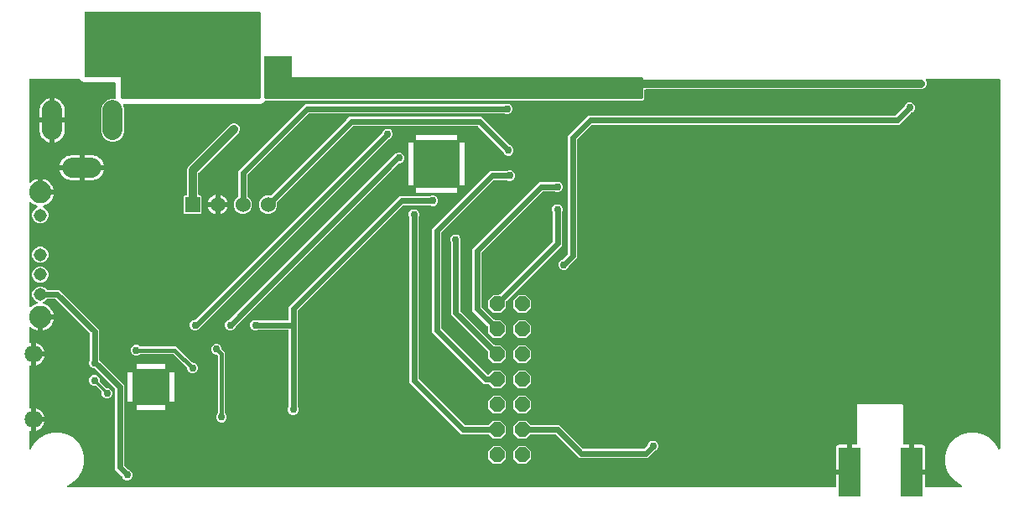
<source format=gbr>
G04 EAGLE Gerber RS-274X export*
G75*
%MOMM*%
%FSLAX34Y34*%
%LPD*%
%INBottom Copper*%
%IPPOS*%
%AMOC8*
5,1,8,0,0,1.08239X$1,22.5*%
G01*
%ADD10C,1.800000*%
%ADD11C,2.000000*%
%ADD12R,1.524000X1.524000*%
%ADD13C,1.524000*%
%ADD14R,2.200000X5.000000*%
%ADD15P,1.649562X8X292.500000*%
%ADD16C,1.308000*%
%ADD17C,2.250000*%
%ADD18C,1.500000*%
%ADD19C,0.756400*%
%ADD20C,0.609600*%
%ADD21C,0.812800*%
%ADD22C,0.254000*%
%ADD23C,0.406400*%

G36*
X824062Y10176D02*
X824062Y10176D01*
X824181Y10183D01*
X824219Y10196D01*
X824260Y10201D01*
X824370Y10244D01*
X824483Y10281D01*
X824518Y10303D01*
X824555Y10318D01*
X824651Y10387D01*
X824752Y10451D01*
X824780Y10481D01*
X824813Y10504D01*
X824889Y10596D01*
X824970Y10683D01*
X824990Y10718D01*
X825015Y10749D01*
X825066Y10857D01*
X825124Y10961D01*
X825134Y11001D01*
X825151Y11037D01*
X825173Y11154D01*
X825203Y11269D01*
X825207Y11329D01*
X825211Y11349D01*
X825209Y11370D01*
X825213Y11430D01*
X825213Y23115D01*
X837484Y23115D01*
X837602Y23130D01*
X837721Y23137D01*
X837759Y23150D01*
X837799Y23155D01*
X837910Y23198D01*
X838023Y23235D01*
X838058Y23257D01*
X838095Y23272D01*
X838191Y23342D01*
X838292Y23405D01*
X838320Y23435D01*
X838352Y23459D01*
X838428Y23550D01*
X838510Y23637D01*
X838529Y23672D01*
X838555Y23703D01*
X838606Y23811D01*
X838663Y23915D01*
X838674Y23955D01*
X838691Y23991D01*
X838713Y24108D01*
X838743Y24223D01*
X838747Y24284D01*
X838751Y24304D01*
X838749Y24324D01*
X838753Y24384D01*
X838753Y25655D01*
X840024Y25655D01*
X840142Y25670D01*
X840261Y25677D01*
X840299Y25690D01*
X840339Y25695D01*
X840450Y25739D01*
X840563Y25775D01*
X840598Y25797D01*
X840635Y25812D01*
X840731Y25882D01*
X840832Y25945D01*
X840860Y25975D01*
X840892Y25999D01*
X840968Y26090D01*
X841050Y26177D01*
X841069Y26212D01*
X841095Y26244D01*
X841146Y26351D01*
X841203Y26455D01*
X841214Y26495D01*
X841231Y26531D01*
X841253Y26648D01*
X841283Y26763D01*
X841287Y26824D01*
X841291Y26844D01*
X841289Y26864D01*
X841293Y26924D01*
X841293Y53195D01*
X844550Y53195D01*
X844668Y53210D01*
X844787Y53217D01*
X844825Y53230D01*
X844866Y53235D01*
X844976Y53278D01*
X845089Y53315D01*
X845124Y53337D01*
X845161Y53352D01*
X845257Y53421D01*
X845358Y53485D01*
X845386Y53515D01*
X845419Y53538D01*
X845495Y53630D01*
X845576Y53717D01*
X845596Y53752D01*
X845621Y53783D01*
X845672Y53891D01*
X845730Y53995D01*
X845740Y54035D01*
X845757Y54071D01*
X845779Y54188D01*
X845809Y54303D01*
X845813Y54363D01*
X845817Y54383D01*
X845815Y54404D01*
X845819Y54464D01*
X845819Y93236D01*
X846564Y93981D01*
X892066Y93981D01*
X892811Y93236D01*
X892811Y54464D01*
X892826Y54346D01*
X892833Y54227D01*
X892846Y54189D01*
X892851Y54148D01*
X892894Y54038D01*
X892931Y53925D01*
X892953Y53890D01*
X892968Y53853D01*
X893038Y53756D01*
X893101Y53656D01*
X893131Y53628D01*
X893154Y53595D01*
X893246Y53519D01*
X893333Y53438D01*
X893368Y53418D01*
X893399Y53393D01*
X893507Y53342D01*
X893611Y53284D01*
X893651Y53274D01*
X893687Y53257D01*
X893804Y53235D01*
X893919Y53205D01*
X893979Y53201D01*
X893999Y53197D01*
X894020Y53199D01*
X894080Y53195D01*
X898607Y53195D01*
X898607Y26924D01*
X898622Y26806D01*
X898629Y26687D01*
X898642Y26649D01*
X898647Y26609D01*
X898690Y26498D01*
X898727Y26385D01*
X898749Y26350D01*
X898764Y26313D01*
X898834Y26217D01*
X898897Y26116D01*
X898927Y26088D01*
X898951Y26056D01*
X899042Y25980D01*
X899129Y25898D01*
X899164Y25879D01*
X899195Y25853D01*
X899303Y25802D01*
X899407Y25745D01*
X899447Y25734D01*
X899483Y25717D01*
X899600Y25695D01*
X899715Y25665D01*
X899776Y25661D01*
X899796Y25657D01*
X899816Y25659D01*
X899876Y25655D01*
X901147Y25655D01*
X901147Y24384D01*
X901162Y24266D01*
X901169Y24147D01*
X901182Y24109D01*
X901187Y24069D01*
X901231Y23958D01*
X901267Y23845D01*
X901289Y23810D01*
X901304Y23773D01*
X901374Y23677D01*
X901437Y23576D01*
X901467Y23548D01*
X901491Y23515D01*
X901582Y23440D01*
X901669Y23358D01*
X901704Y23338D01*
X901736Y23313D01*
X901843Y23262D01*
X901947Y23204D01*
X901987Y23194D01*
X902023Y23177D01*
X902140Y23155D01*
X902255Y23125D01*
X902316Y23121D01*
X902336Y23117D01*
X902356Y23119D01*
X902416Y23115D01*
X914687Y23115D01*
X914687Y11430D01*
X914702Y11312D01*
X914709Y11193D01*
X914722Y11155D01*
X914727Y11114D01*
X914770Y11004D01*
X914807Y10891D01*
X914829Y10856D01*
X914844Y10819D01*
X914913Y10723D01*
X914977Y10622D01*
X915007Y10594D01*
X915030Y10561D01*
X915122Y10485D01*
X915209Y10404D01*
X915244Y10384D01*
X915275Y10359D01*
X915383Y10308D01*
X915487Y10250D01*
X915527Y10240D01*
X915563Y10223D01*
X915680Y10201D01*
X915795Y10171D01*
X915855Y10167D01*
X915875Y10163D01*
X915896Y10165D01*
X915956Y10161D01*
X950994Y10161D01*
X951138Y10179D01*
X951283Y10194D01*
X951296Y10199D01*
X951309Y10201D01*
X951445Y10254D01*
X951581Y10305D01*
X951593Y10313D01*
X951605Y10318D01*
X951723Y10403D01*
X951843Y10486D01*
X951852Y10497D01*
X951862Y10504D01*
X951955Y10616D01*
X952051Y10727D01*
X952057Y10739D01*
X952065Y10749D01*
X952127Y10881D01*
X952192Y11012D01*
X952195Y11025D01*
X952201Y11037D01*
X952228Y11179D01*
X952259Y11323D01*
X952258Y11336D01*
X952261Y11349D01*
X952252Y11494D01*
X952246Y11640D01*
X952242Y11654D01*
X952241Y11667D01*
X952196Y11805D01*
X952154Y11945D01*
X952147Y11957D01*
X952143Y11969D01*
X952065Y12092D01*
X951990Y12217D01*
X951980Y12227D01*
X951973Y12238D01*
X951867Y12338D01*
X951763Y12440D01*
X951747Y12450D01*
X951741Y12456D01*
X951726Y12464D01*
X951629Y12529D01*
X945676Y15966D01*
X940526Y21116D01*
X936884Y27423D01*
X934999Y34458D01*
X934999Y41742D01*
X936884Y48777D01*
X940526Y55084D01*
X945676Y60234D01*
X951983Y63876D01*
X959018Y65761D01*
X966302Y65761D01*
X973337Y63876D01*
X979644Y60234D01*
X984794Y55084D01*
X988231Y49131D01*
X988319Y49015D01*
X988404Y48898D01*
X988415Y48889D01*
X988423Y48878D01*
X988537Y48788D01*
X988649Y48695D01*
X988662Y48689D01*
X988672Y48681D01*
X988806Y48621D01*
X988937Y48559D01*
X988950Y48557D01*
X988963Y48551D01*
X989107Y48527D01*
X989250Y48499D01*
X989263Y48500D01*
X989276Y48498D01*
X989422Y48510D01*
X989567Y48519D01*
X989580Y48523D01*
X989593Y48524D01*
X989731Y48572D01*
X989869Y48617D01*
X989881Y48624D01*
X989894Y48629D01*
X990015Y48709D01*
X990138Y48787D01*
X990147Y48797D01*
X990159Y48805D01*
X990256Y48912D01*
X990356Y49019D01*
X990363Y49031D01*
X990372Y49041D01*
X990439Y49170D01*
X990510Y49297D01*
X990513Y49311D01*
X990519Y49323D01*
X990553Y49465D01*
X990589Y49605D01*
X990590Y49624D01*
X990592Y49632D01*
X990592Y49649D01*
X990599Y49766D01*
X990599Y421640D01*
X990584Y421758D01*
X990577Y421877D01*
X990564Y421915D01*
X990559Y421956D01*
X990516Y422066D01*
X990479Y422179D01*
X990457Y422214D01*
X990442Y422251D01*
X990373Y422347D01*
X990309Y422448D01*
X990279Y422476D01*
X990256Y422509D01*
X990164Y422585D01*
X990077Y422666D01*
X990042Y422686D01*
X990011Y422711D01*
X989903Y422762D01*
X989799Y422820D01*
X989759Y422830D01*
X989723Y422847D01*
X989606Y422869D01*
X989491Y422899D01*
X989431Y422903D01*
X989411Y422907D01*
X989390Y422905D01*
X989330Y422909D01*
X916435Y422909D01*
X916385Y422903D01*
X916336Y422905D01*
X916228Y422883D01*
X916119Y422869D01*
X916073Y422851D01*
X916024Y422841D01*
X915926Y422793D01*
X915824Y422752D01*
X915784Y422723D01*
X915739Y422701D01*
X915655Y422630D01*
X915566Y422566D01*
X915535Y422527D01*
X915497Y422495D01*
X915434Y422405D01*
X915363Y422321D01*
X915342Y422276D01*
X915314Y422235D01*
X915275Y422132D01*
X915228Y422033D01*
X915219Y421984D01*
X915201Y421938D01*
X915189Y421828D01*
X915168Y421721D01*
X915171Y421671D01*
X915166Y421622D01*
X915181Y421513D01*
X915188Y421403D01*
X915203Y421356D01*
X915210Y421307D01*
X915262Y421154D01*
X916179Y418942D01*
X916179Y416718D01*
X915328Y414664D01*
X913756Y413092D01*
X911702Y412241D01*
X632714Y412241D01*
X632596Y412226D01*
X632477Y412219D01*
X632439Y412206D01*
X632398Y412201D01*
X632288Y412158D01*
X632175Y412121D01*
X632140Y412099D01*
X632103Y412084D01*
X632007Y412015D01*
X631906Y411951D01*
X631878Y411921D01*
X631845Y411898D01*
X631769Y411806D01*
X631688Y411719D01*
X631668Y411684D01*
X631643Y411653D01*
X631592Y411545D01*
X631534Y411441D01*
X631524Y411401D01*
X631507Y411365D01*
X631485Y411248D01*
X631455Y411133D01*
X631451Y411073D01*
X631447Y411053D01*
X631449Y411032D01*
X631445Y410972D01*
X631445Y402702D01*
X629808Y401065D01*
X249134Y401065D01*
X249105Y401062D01*
X249076Y401064D01*
X248948Y401042D01*
X248819Y401025D01*
X248791Y401015D01*
X248762Y401009D01*
X248644Y400956D01*
X248523Y400908D01*
X248499Y400891D01*
X248472Y400879D01*
X248371Y400798D01*
X248266Y400722D01*
X248247Y400699D01*
X248224Y400680D01*
X248146Y400577D01*
X248063Y400477D01*
X248050Y400450D01*
X248033Y400426D01*
X247962Y400282D01*
X247954Y400263D01*
X246167Y398476D01*
X243833Y397509D01*
X106178Y397509D01*
X106128Y397503D01*
X106079Y397505D01*
X105971Y397483D01*
X105862Y397469D01*
X105816Y397451D01*
X105767Y397441D01*
X105669Y397393D01*
X105566Y397352D01*
X105526Y397323D01*
X105482Y397301D01*
X105398Y397230D01*
X105309Y397166D01*
X105277Y397127D01*
X105240Y397095D01*
X105176Y397005D01*
X105106Y396921D01*
X105085Y396876D01*
X105056Y396835D01*
X105017Y396732D01*
X104971Y396633D01*
X104961Y396584D01*
X104944Y396538D01*
X104932Y396428D01*
X104911Y396321D01*
X104914Y396271D01*
X104908Y396222D01*
X104924Y396113D01*
X104931Y396003D01*
X104946Y395956D01*
X104953Y395907D01*
X105005Y395754D01*
X106025Y393292D01*
X106025Y368708D01*
X104270Y364472D01*
X101028Y361230D01*
X96792Y359475D01*
X92208Y359475D01*
X87972Y361230D01*
X84730Y364472D01*
X82975Y368708D01*
X82975Y393292D01*
X84730Y397528D01*
X87972Y400770D01*
X92208Y402525D01*
X96520Y402525D01*
X96638Y402540D01*
X96757Y402547D01*
X96795Y402560D01*
X96836Y402565D01*
X96946Y402608D01*
X97059Y402645D01*
X97094Y402667D01*
X97131Y402682D01*
X97227Y402751D01*
X97328Y402815D01*
X97356Y402845D01*
X97389Y402868D01*
X97465Y402960D01*
X97546Y403047D01*
X97566Y403082D01*
X97591Y403113D01*
X97642Y403221D01*
X97700Y403325D01*
X97710Y403365D01*
X97727Y403401D01*
X97749Y403518D01*
X97779Y403633D01*
X97783Y403693D01*
X97787Y403713D01*
X97785Y403734D01*
X97789Y403794D01*
X97789Y417830D01*
X97774Y417948D01*
X97767Y418067D01*
X97754Y418105D01*
X97749Y418146D01*
X97706Y418256D01*
X97669Y418369D01*
X97647Y418404D01*
X97632Y418441D01*
X97563Y418537D01*
X97499Y418638D01*
X97469Y418666D01*
X97446Y418699D01*
X97354Y418775D01*
X97267Y418856D01*
X97232Y418876D01*
X97201Y418901D01*
X97093Y418952D01*
X96989Y419010D01*
X96949Y419020D01*
X96913Y419037D01*
X96796Y419059D01*
X96681Y419089D01*
X96621Y419093D01*
X96601Y419097D01*
X96580Y419095D01*
X96520Y419099D01*
X66047Y419099D01*
X63713Y420066D01*
X61926Y421853D01*
X61813Y422126D01*
X61798Y422151D01*
X61789Y422179D01*
X61720Y422289D01*
X61655Y422402D01*
X61635Y422423D01*
X61619Y422448D01*
X61524Y422537D01*
X61434Y422630D01*
X61409Y422646D01*
X61387Y422666D01*
X61274Y422729D01*
X61163Y422797D01*
X61135Y422805D01*
X61109Y422820D01*
X60983Y422852D01*
X60859Y422890D01*
X60830Y422892D01*
X60801Y422899D01*
X60640Y422909D01*
X11430Y422909D01*
X11312Y422894D01*
X11193Y422887D01*
X11155Y422874D01*
X11114Y422869D01*
X11004Y422826D01*
X10891Y422789D01*
X10856Y422767D01*
X10819Y422752D01*
X10723Y422682D01*
X10622Y422619D01*
X10594Y422589D01*
X10561Y422566D01*
X10485Y422474D01*
X10404Y422387D01*
X10384Y422352D01*
X10359Y422321D01*
X10308Y422213D01*
X10250Y422109D01*
X10240Y422069D01*
X10223Y422033D01*
X10201Y421916D01*
X10171Y421801D01*
X10167Y421740D01*
X10163Y421720D01*
X10165Y421700D01*
X10161Y421640D01*
X10161Y319338D01*
X10178Y319200D01*
X10191Y319062D01*
X10198Y319043D01*
X10201Y319022D01*
X10252Y318893D01*
X10299Y318762D01*
X10310Y318746D01*
X10318Y318727D01*
X10399Y318614D01*
X10477Y318499D01*
X10493Y318486D01*
X10504Y318469D01*
X10612Y318380D01*
X10716Y318289D01*
X10734Y318280D01*
X10749Y318267D01*
X10875Y318207D01*
X10999Y318144D01*
X11019Y318140D01*
X11037Y318131D01*
X11174Y318105D01*
X11309Y318074D01*
X11330Y318075D01*
X11349Y318071D01*
X11488Y318080D01*
X11627Y318084D01*
X11647Y318090D01*
X11667Y318091D01*
X11799Y318134D01*
X11933Y318173D01*
X11950Y318183D01*
X11969Y318189D01*
X12087Y318264D01*
X12207Y318334D01*
X12228Y318353D01*
X12238Y318359D01*
X12252Y318374D01*
X12328Y318441D01*
X12516Y318629D01*
X14272Y319905D01*
X16206Y320890D01*
X18271Y321561D01*
X18961Y321670D01*
X18961Y309380D01*
X18976Y309262D01*
X18983Y309143D01*
X18996Y309105D01*
X19001Y309065D01*
X19044Y308954D01*
X19081Y308841D01*
X19103Y308807D01*
X19118Y308769D01*
X19188Y308673D01*
X19251Y308572D01*
X19281Y308544D01*
X19304Y308512D01*
X19396Y308436D01*
X19483Y308354D01*
X19518Y308335D01*
X19549Y308309D01*
X19657Y308258D01*
X19761Y308201D01*
X19801Y308190D01*
X19837Y308173D01*
X19954Y308151D01*
X20069Y308121D01*
X20130Y308117D01*
X20150Y308113D01*
X20170Y308115D01*
X20230Y308111D01*
X21501Y308111D01*
X21501Y306840D01*
X21516Y306722D01*
X21523Y306603D01*
X21536Y306565D01*
X21541Y306524D01*
X21585Y306414D01*
X21621Y306301D01*
X21643Y306266D01*
X21658Y306229D01*
X21728Y306133D01*
X21791Y306032D01*
X21821Y306004D01*
X21845Y305971D01*
X21936Y305896D01*
X22023Y305814D01*
X22058Y305794D01*
X22090Y305769D01*
X22197Y305718D01*
X22302Y305660D01*
X22341Y305650D01*
X22377Y305633D01*
X22494Y305611D01*
X22609Y305581D01*
X22670Y305577D01*
X22690Y305573D01*
X22710Y305575D01*
X22770Y305571D01*
X35060Y305571D01*
X34951Y304881D01*
X34280Y302816D01*
X33295Y300882D01*
X32019Y299126D01*
X30484Y297591D01*
X28728Y296315D01*
X26794Y295330D01*
X25083Y294774D01*
X25056Y294761D01*
X25027Y294754D01*
X24912Y294693D01*
X24795Y294638D01*
X24772Y294619D01*
X24746Y294605D01*
X24650Y294518D01*
X24550Y294436D01*
X24532Y294411D01*
X24510Y294391D01*
X24439Y294283D01*
X24363Y294178D01*
X24352Y294151D01*
X24336Y294126D01*
X24293Y294003D01*
X24246Y293883D01*
X24242Y293853D01*
X24232Y293825D01*
X24222Y293696D01*
X24206Y293567D01*
X24209Y293538D01*
X24207Y293508D01*
X24229Y293380D01*
X24245Y293252D01*
X24256Y293224D01*
X24262Y293194D01*
X24315Y293076D01*
X24362Y292956D01*
X24380Y292932D01*
X24392Y292905D01*
X24473Y292803D01*
X24549Y292698D01*
X24572Y292679D01*
X24591Y292656D01*
X24694Y292578D01*
X24794Y292496D01*
X24821Y292483D01*
X24845Y292465D01*
X24989Y292394D01*
X26068Y291947D01*
X28337Y289678D01*
X29565Y286714D01*
X29565Y283506D01*
X28337Y280542D01*
X26068Y278273D01*
X23104Y277045D01*
X19896Y277045D01*
X16932Y278273D01*
X14663Y280542D01*
X13435Y283506D01*
X13435Y286714D01*
X14663Y289678D01*
X16932Y291947D01*
X18011Y292394D01*
X18037Y292409D01*
X18065Y292418D01*
X18175Y292487D01*
X18287Y292551D01*
X18308Y292572D01*
X18334Y292588D01*
X18423Y292683D01*
X18515Y292773D01*
X18531Y292798D01*
X18551Y292820D01*
X18614Y292934D01*
X18682Y293044D01*
X18690Y293072D01*
X18705Y293099D01*
X18737Y293224D01*
X18775Y293348D01*
X18777Y293378D01*
X18784Y293407D01*
X18784Y293536D01*
X18790Y293665D01*
X18784Y293695D01*
X18784Y293725D01*
X18752Y293850D01*
X18726Y293977D01*
X18713Y294004D01*
X18706Y294033D01*
X18643Y294146D01*
X18586Y294263D01*
X18567Y294285D01*
X18553Y294312D01*
X18464Y294406D01*
X18380Y294505D01*
X18356Y294522D01*
X18335Y294544D01*
X18226Y294613D01*
X18120Y294688D01*
X18092Y294698D01*
X18067Y294714D01*
X17917Y294774D01*
X16206Y295330D01*
X14272Y296315D01*
X12516Y297591D01*
X12328Y297779D01*
X12218Y297865D01*
X12111Y297953D01*
X12092Y297962D01*
X12076Y297974D01*
X11949Y298030D01*
X11823Y298089D01*
X11803Y298093D01*
X11784Y298101D01*
X11647Y298123D01*
X11510Y298149D01*
X11490Y298147D01*
X11470Y298151D01*
X11332Y298138D01*
X11193Y298129D01*
X11174Y298123D01*
X11154Y298121D01*
X11023Y298074D01*
X10891Y298031D01*
X10873Y298020D01*
X10854Y298013D01*
X10739Y297935D01*
X10622Y297861D01*
X10608Y297846D01*
X10591Y297835D01*
X10499Y297731D01*
X10404Y297629D01*
X10394Y297611D01*
X10381Y297596D01*
X10318Y297472D01*
X10250Y297351D01*
X10245Y297331D01*
X10236Y297313D01*
X10206Y297177D01*
X10171Y297043D01*
X10169Y297015D01*
X10166Y297003D01*
X10167Y296982D01*
X10161Y296882D01*
X10161Y193338D01*
X10178Y193200D01*
X10191Y193062D01*
X10198Y193043D01*
X10201Y193022D01*
X10252Y192893D01*
X10299Y192762D01*
X10310Y192746D01*
X10318Y192727D01*
X10399Y192614D01*
X10477Y192499D01*
X10493Y192486D01*
X10504Y192469D01*
X10612Y192380D01*
X10716Y192289D01*
X10734Y192280D01*
X10749Y192267D01*
X10875Y192207D01*
X10999Y192144D01*
X11019Y192140D01*
X11037Y192131D01*
X11174Y192105D01*
X11309Y192074D01*
X11330Y192075D01*
X11349Y192071D01*
X11488Y192080D01*
X11627Y192084D01*
X11647Y192090D01*
X11667Y192091D01*
X11799Y192134D01*
X11933Y192173D01*
X11950Y192183D01*
X11969Y192189D01*
X12087Y192264D01*
X12207Y192334D01*
X12228Y192353D01*
X12238Y192359D01*
X12252Y192374D01*
X12328Y192441D01*
X12516Y192629D01*
X14272Y193905D01*
X16206Y194890D01*
X17917Y195446D01*
X17944Y195459D01*
X17973Y195466D01*
X18088Y195527D01*
X18205Y195582D01*
X18228Y195601D01*
X18254Y195615D01*
X18350Y195702D01*
X18450Y195784D01*
X18468Y195809D01*
X18490Y195829D01*
X18561Y195937D01*
X18637Y196042D01*
X18648Y196069D01*
X18664Y196094D01*
X18706Y196217D01*
X18754Y196337D01*
X18758Y196367D01*
X18768Y196395D01*
X18778Y196524D01*
X18794Y196653D01*
X18791Y196682D01*
X18793Y196712D01*
X18771Y196840D01*
X18755Y196968D01*
X18744Y196996D01*
X18739Y197026D01*
X18685Y197144D01*
X18638Y197264D01*
X18620Y197288D01*
X18608Y197315D01*
X18527Y197417D01*
X18451Y197522D01*
X18428Y197541D01*
X18409Y197564D01*
X18306Y197642D01*
X18206Y197724D01*
X18179Y197737D01*
X18155Y197755D01*
X18011Y197826D01*
X16932Y198273D01*
X14663Y200542D01*
X13435Y203506D01*
X13435Y206714D01*
X14663Y209678D01*
X16932Y211947D01*
X19896Y213175D01*
X23104Y213175D01*
X26068Y211947D01*
X27961Y210054D01*
X28039Y209994D01*
X28111Y209926D01*
X28164Y209897D01*
X28212Y209860D01*
X28303Y209820D01*
X28390Y209772D01*
X28448Y209757D01*
X28504Y209733D01*
X28602Y209718D01*
X28698Y209693D01*
X28798Y209687D01*
X28818Y209683D01*
X28830Y209685D01*
X28858Y209683D01*
X40624Y209683D01*
X80773Y169534D01*
X80773Y139580D01*
X80785Y139482D01*
X80788Y139383D01*
X80805Y139324D01*
X80813Y139264D01*
X80849Y139172D01*
X80877Y139077D01*
X80907Y139025D01*
X80930Y138969D01*
X80988Y138889D01*
X81038Y138803D01*
X81104Y138728D01*
X81116Y138711D01*
X81126Y138703D01*
X81144Y138682D01*
X103122Y116704D01*
X106173Y113654D01*
X106173Y32900D01*
X106185Y32802D01*
X106188Y32703D01*
X106205Y32644D01*
X106213Y32584D01*
X106249Y32492D01*
X106277Y32397D01*
X106307Y32345D01*
X106330Y32289D01*
X106388Y32209D01*
X106438Y32123D01*
X106504Y32048D01*
X106516Y32031D01*
X106526Y32023D01*
X106544Y32002D01*
X110275Y28271D01*
X110283Y28266D01*
X110289Y28258D01*
X110370Y28197D01*
X110395Y28173D01*
X110418Y28161D01*
X110527Y28076D01*
X110535Y28073D01*
X110543Y28067D01*
X110687Y27996D01*
X112226Y27359D01*
X113719Y25866D01*
X114527Y23916D01*
X114527Y21804D01*
X113719Y19854D01*
X112226Y18361D01*
X110276Y17553D01*
X108164Y17553D01*
X106214Y18361D01*
X104721Y19854D01*
X104084Y21393D01*
X104079Y21401D01*
X104077Y21410D01*
X104000Y21539D01*
X103926Y21669D01*
X103920Y21676D01*
X103915Y21684D01*
X103809Y21805D01*
X97027Y28586D01*
X97027Y109340D01*
X97015Y109438D01*
X97012Y109537D01*
X96995Y109596D01*
X96987Y109656D01*
X96951Y109748D01*
X96923Y109843D01*
X96893Y109895D01*
X96870Y109951D01*
X96812Y110031D01*
X96762Y110117D01*
X96696Y110192D01*
X96684Y110209D01*
X96674Y110217D01*
X96656Y110238D01*
X76682Y130212D01*
X76603Y130272D01*
X76531Y130340D01*
X76478Y130369D01*
X76430Y130406D01*
X76339Y130446D01*
X76253Y130494D01*
X76194Y130509D01*
X76139Y130533D01*
X76041Y130548D01*
X75945Y130573D01*
X75845Y130579D01*
X75824Y130583D01*
X75812Y130581D01*
X75784Y130583D01*
X75144Y130583D01*
X73194Y131391D01*
X71701Y132884D01*
X70893Y134834D01*
X70893Y136946D01*
X71531Y138484D01*
X71533Y138493D01*
X71538Y138501D01*
X71575Y138647D01*
X71615Y138791D01*
X71615Y138800D01*
X71617Y138809D01*
X71627Y138970D01*
X71627Y165220D01*
X71615Y165318D01*
X71612Y165417D01*
X71595Y165476D01*
X71587Y165536D01*
X71551Y165628D01*
X71523Y165723D01*
X71493Y165775D01*
X71470Y165831D01*
X71412Y165911D01*
X71362Y165997D01*
X71296Y166072D01*
X71284Y166089D01*
X71274Y166097D01*
X71256Y166118D01*
X37208Y200166D01*
X37129Y200226D01*
X37057Y200294D01*
X37004Y200323D01*
X36956Y200360D01*
X36865Y200400D01*
X36779Y200448D01*
X36720Y200463D01*
X36665Y200487D01*
X36567Y200502D01*
X36471Y200527D01*
X36371Y200533D01*
X36350Y200537D01*
X36338Y200535D01*
X36310Y200537D01*
X28858Y200537D01*
X28760Y200525D01*
X28661Y200522D01*
X28603Y200505D01*
X28543Y200497D01*
X28451Y200461D01*
X28356Y200433D01*
X28303Y200403D01*
X28247Y200380D01*
X28167Y200322D01*
X28082Y200272D01*
X28006Y200206D01*
X27990Y200194D01*
X27982Y200184D01*
X27961Y200166D01*
X26068Y198273D01*
X24989Y197826D01*
X24963Y197811D01*
X24935Y197802D01*
X24825Y197733D01*
X24713Y197669D01*
X24692Y197648D01*
X24666Y197632D01*
X24577Y197537D01*
X24485Y197447D01*
X24469Y197422D01*
X24449Y197400D01*
X24386Y197286D01*
X24318Y197176D01*
X24310Y197148D01*
X24295Y197121D01*
X24263Y196996D01*
X24225Y196872D01*
X24223Y196842D01*
X24216Y196813D01*
X24216Y196684D01*
X24210Y196555D01*
X24216Y196525D01*
X24216Y196495D01*
X24248Y196370D01*
X24274Y196243D01*
X24287Y196216D01*
X24294Y196187D01*
X24357Y196074D01*
X24414Y195957D01*
X24433Y195935D01*
X24447Y195908D01*
X24536Y195814D01*
X24620Y195715D01*
X24644Y195698D01*
X24665Y195676D01*
X24774Y195607D01*
X24880Y195532D01*
X24908Y195522D01*
X24933Y195506D01*
X25083Y195446D01*
X26794Y194890D01*
X28728Y193905D01*
X30484Y192629D01*
X32019Y191094D01*
X33295Y189338D01*
X34280Y187404D01*
X34951Y185339D01*
X35060Y184649D01*
X22770Y184649D01*
X22652Y184634D01*
X22533Y184627D01*
X22495Y184614D01*
X22455Y184609D01*
X22344Y184566D01*
X22231Y184529D01*
X22197Y184507D01*
X22159Y184492D01*
X22063Y184422D01*
X21962Y184359D01*
X21934Y184329D01*
X21902Y184305D01*
X21826Y184214D01*
X21744Y184127D01*
X21725Y184092D01*
X21699Y184061D01*
X21648Y183953D01*
X21591Y183849D01*
X21580Y183809D01*
X21563Y183773D01*
X21541Y183656D01*
X21511Y183541D01*
X21507Y183480D01*
X21503Y183460D01*
X21505Y183440D01*
X21501Y183380D01*
X21501Y182109D01*
X20230Y182109D01*
X20112Y182094D01*
X19993Y182087D01*
X19955Y182074D01*
X19914Y182069D01*
X19804Y182025D01*
X19691Y181989D01*
X19656Y181967D01*
X19619Y181952D01*
X19523Y181882D01*
X19422Y181819D01*
X19394Y181789D01*
X19361Y181765D01*
X19286Y181674D01*
X19204Y181587D01*
X19184Y181552D01*
X19159Y181520D01*
X19108Y181413D01*
X19050Y181308D01*
X19040Y181269D01*
X19023Y181233D01*
X19001Y181116D01*
X18971Y181001D01*
X18967Y180940D01*
X18963Y180920D01*
X18965Y180900D01*
X18961Y180840D01*
X18961Y168550D01*
X18271Y168659D01*
X16206Y169330D01*
X14272Y170315D01*
X12516Y171591D01*
X12328Y171779D01*
X12218Y171865D01*
X12111Y171953D01*
X12092Y171962D01*
X12076Y171974D01*
X11949Y172030D01*
X11823Y172089D01*
X11803Y172093D01*
X11784Y172101D01*
X11647Y172123D01*
X11510Y172149D01*
X11490Y172147D01*
X11470Y172151D01*
X11332Y172138D01*
X11193Y172129D01*
X11174Y172123D01*
X11154Y172121D01*
X11023Y172074D01*
X10891Y172031D01*
X10873Y172020D01*
X10854Y172013D01*
X10739Y171935D01*
X10622Y171861D01*
X10608Y171846D01*
X10591Y171835D01*
X10499Y171731D01*
X10404Y171629D01*
X10394Y171611D01*
X10381Y171596D01*
X10318Y171473D01*
X10250Y171351D01*
X10245Y171331D01*
X10236Y171313D01*
X10206Y171177D01*
X10171Y171043D01*
X10169Y171015D01*
X10166Y171003D01*
X10167Y170982D01*
X10161Y170882D01*
X10161Y157232D01*
X10187Y157024D01*
X10201Y156916D01*
X10209Y156896D01*
X10251Y156790D01*
X10318Y156621D01*
X10318Y156620D01*
X10392Y156517D01*
X10504Y156363D01*
X10613Y156274D01*
X10749Y156160D01*
X10847Y156114D01*
X11037Y156025D01*
X11349Y155965D01*
X11468Y155972D01*
X11667Y155985D01*
X11780Y156014D01*
X11961Y156042D01*
X11961Y146030D01*
X11976Y145912D01*
X11983Y145793D01*
X11996Y145755D01*
X12001Y145715D01*
X12044Y145604D01*
X12081Y145491D01*
X12103Y145457D01*
X12118Y145419D01*
X12188Y145323D01*
X12251Y145222D01*
X12281Y145194D01*
X12304Y145162D01*
X12396Y145086D01*
X12483Y145004D01*
X12518Y144985D01*
X12549Y144959D01*
X12657Y144908D01*
X12761Y144851D01*
X12801Y144840D01*
X12837Y144823D01*
X12954Y144801D01*
X13069Y144771D01*
X13130Y144767D01*
X13150Y144763D01*
X13170Y144765D01*
X13230Y144761D01*
X14501Y144761D01*
X14501Y144759D01*
X13230Y144759D01*
X13112Y144744D01*
X12993Y144737D01*
X12955Y144724D01*
X12914Y144719D01*
X12804Y144675D01*
X12691Y144639D01*
X12656Y144617D01*
X12619Y144602D01*
X12523Y144532D01*
X12422Y144469D01*
X12394Y144439D01*
X12361Y144415D01*
X12286Y144324D01*
X12204Y144237D01*
X12184Y144202D01*
X12159Y144170D01*
X12108Y144063D01*
X12050Y143958D01*
X12040Y143919D01*
X12023Y143883D01*
X12001Y143766D01*
X11971Y143651D01*
X11967Y143590D01*
X11963Y143570D01*
X11965Y143550D01*
X11961Y143490D01*
X11961Y133478D01*
X11699Y133519D01*
X11698Y133519D01*
X11557Y133546D01*
X11510Y133555D01*
X11292Y133541D01*
X11193Y133535D01*
X11050Y133489D01*
X10891Y133437D01*
X10890Y133437D01*
X10759Y133354D01*
X10622Y133267D01*
X10530Y133170D01*
X10404Y133035D01*
X10377Y132987D01*
X10262Y132777D01*
X10250Y132757D01*
X10195Y132543D01*
X10171Y132449D01*
X10161Y132288D01*
X10161Y91232D01*
X10178Y91097D01*
X10201Y90916D01*
X10209Y90896D01*
X10251Y90790D01*
X10318Y90621D01*
X10318Y90620D01*
X10401Y90505D01*
X10504Y90363D01*
X10611Y90275D01*
X10749Y90160D01*
X10849Y90113D01*
X11037Y90025D01*
X11349Y89965D01*
X11468Y89972D01*
X11667Y89985D01*
X11780Y90014D01*
X11961Y90042D01*
X11961Y80030D01*
X11976Y79912D01*
X11983Y79793D01*
X11996Y79755D01*
X12001Y79715D01*
X12044Y79604D01*
X12081Y79491D01*
X12103Y79457D01*
X12118Y79419D01*
X12188Y79323D01*
X12251Y79222D01*
X12281Y79194D01*
X12304Y79162D01*
X12396Y79086D01*
X12483Y79004D01*
X12518Y78985D01*
X12549Y78959D01*
X12657Y78908D01*
X12761Y78851D01*
X12801Y78840D01*
X12837Y78823D01*
X12954Y78801D01*
X13069Y78771D01*
X13130Y78767D01*
X13150Y78763D01*
X13170Y78765D01*
X13230Y78761D01*
X14501Y78761D01*
X14501Y78759D01*
X13230Y78759D01*
X13112Y78744D01*
X12993Y78737D01*
X12955Y78724D01*
X12914Y78719D01*
X12804Y78675D01*
X12691Y78639D01*
X12656Y78617D01*
X12619Y78602D01*
X12523Y78532D01*
X12422Y78469D01*
X12394Y78439D01*
X12361Y78415D01*
X12286Y78324D01*
X12204Y78237D01*
X12184Y78202D01*
X12159Y78170D01*
X12108Y78063D01*
X12050Y77958D01*
X12040Y77919D01*
X12023Y77883D01*
X12001Y77766D01*
X11971Y77651D01*
X11967Y77590D01*
X11963Y77570D01*
X11965Y77550D01*
X11961Y77490D01*
X11961Y67478D01*
X11699Y67519D01*
X11698Y67519D01*
X11557Y67546D01*
X11510Y67555D01*
X11292Y67541D01*
X11193Y67535D01*
X11050Y67489D01*
X10891Y67437D01*
X10890Y67437D01*
X10759Y67354D01*
X10622Y67267D01*
X10530Y67170D01*
X10404Y67035D01*
X10350Y66937D01*
X10262Y66777D01*
X10250Y66757D01*
X10195Y66543D01*
X10171Y66449D01*
X10161Y66288D01*
X10161Y49766D01*
X10179Y49622D01*
X10194Y49477D01*
X10199Y49464D01*
X10201Y49451D01*
X10254Y49315D01*
X10305Y49179D01*
X10313Y49167D01*
X10318Y49155D01*
X10403Y49037D01*
X10486Y48917D01*
X10497Y48908D01*
X10504Y48898D01*
X10617Y48805D01*
X10727Y48709D01*
X10739Y48703D01*
X10749Y48695D01*
X10881Y48633D01*
X11012Y48568D01*
X11025Y48565D01*
X11037Y48559D01*
X11179Y48532D01*
X11323Y48501D01*
X11336Y48502D01*
X11349Y48499D01*
X11494Y48508D01*
X11640Y48514D01*
X11654Y48518D01*
X11667Y48519D01*
X11805Y48564D01*
X11945Y48606D01*
X11957Y48613D01*
X11969Y48617D01*
X12092Y48695D01*
X12217Y48770D01*
X12227Y48780D01*
X12238Y48787D01*
X12338Y48893D01*
X12440Y48997D01*
X12450Y49013D01*
X12456Y49019D01*
X12464Y49034D01*
X12529Y49131D01*
X15966Y55084D01*
X21116Y60234D01*
X27423Y63876D01*
X34458Y65761D01*
X41742Y65761D01*
X48777Y63876D01*
X55084Y60234D01*
X60234Y55084D01*
X63876Y48777D01*
X65761Y41742D01*
X65761Y34458D01*
X63876Y27423D01*
X60234Y21116D01*
X55084Y15966D01*
X49131Y12529D01*
X49015Y12441D01*
X48898Y12356D01*
X48889Y12345D01*
X48878Y12337D01*
X48788Y12223D01*
X48695Y12111D01*
X48689Y12098D01*
X48681Y12088D01*
X48621Y11954D01*
X48559Y11823D01*
X48557Y11810D01*
X48551Y11797D01*
X48527Y11653D01*
X48499Y11510D01*
X48500Y11497D01*
X48498Y11484D01*
X48510Y11338D01*
X48519Y11193D01*
X48523Y11180D01*
X48524Y11167D01*
X48572Y11029D01*
X48617Y10891D01*
X48624Y10879D01*
X48629Y10866D01*
X48709Y10745D01*
X48787Y10622D01*
X48797Y10613D01*
X48805Y10601D01*
X48912Y10504D01*
X49019Y10404D01*
X49031Y10397D01*
X49041Y10388D01*
X49170Y10321D01*
X49297Y10250D01*
X49311Y10247D01*
X49323Y10241D01*
X49465Y10207D01*
X49605Y10171D01*
X49624Y10170D01*
X49632Y10168D01*
X49649Y10168D01*
X49766Y10161D01*
X823944Y10161D01*
X824062Y10176D01*
G37*
G36*
X242688Y402606D02*
X242688Y402606D01*
X242807Y402613D01*
X242845Y402626D01*
X242886Y402631D01*
X242996Y402674D01*
X243109Y402711D01*
X243144Y402733D01*
X243181Y402748D01*
X243277Y402818D01*
X243378Y402881D01*
X243406Y402911D01*
X243439Y402934D01*
X243515Y403026D01*
X243596Y403113D01*
X243616Y403148D01*
X243641Y403179D01*
X243692Y403287D01*
X243750Y403391D01*
X243760Y403431D01*
X243777Y403467D01*
X243799Y403584D01*
X243829Y403699D01*
X243833Y403760D01*
X243837Y403780D01*
X243835Y403800D01*
X243839Y403860D01*
X243839Y488950D01*
X243824Y489068D01*
X243817Y489187D01*
X243804Y489225D01*
X243799Y489266D01*
X243756Y489376D01*
X243719Y489489D01*
X243697Y489524D01*
X243682Y489561D01*
X243613Y489657D01*
X243549Y489758D01*
X243519Y489786D01*
X243496Y489819D01*
X243404Y489895D01*
X243317Y489976D01*
X243282Y489996D01*
X243251Y490021D01*
X243143Y490072D01*
X243039Y490130D01*
X242999Y490140D01*
X242963Y490157D01*
X242846Y490179D01*
X242731Y490209D01*
X242671Y490213D01*
X242651Y490217D01*
X242630Y490215D01*
X242570Y490219D01*
X67310Y490219D01*
X67192Y490204D01*
X67073Y490197D01*
X67035Y490184D01*
X66994Y490179D01*
X66884Y490136D01*
X66771Y490099D01*
X66736Y490077D01*
X66699Y490062D01*
X66603Y489993D01*
X66502Y489929D01*
X66474Y489899D01*
X66441Y489876D01*
X66366Y489784D01*
X66284Y489697D01*
X66264Y489662D01*
X66239Y489631D01*
X66188Y489523D01*
X66130Y489419D01*
X66120Y489379D01*
X66103Y489343D01*
X66081Y489226D01*
X66051Y489111D01*
X66047Y489051D01*
X66043Y489031D01*
X66045Y489010D01*
X66041Y488950D01*
X66041Y425450D01*
X66056Y425332D01*
X66063Y425213D01*
X66076Y425175D01*
X66081Y425134D01*
X66124Y425024D01*
X66161Y424911D01*
X66183Y424876D01*
X66198Y424839D01*
X66268Y424743D01*
X66331Y424642D01*
X66361Y424614D01*
X66384Y424581D01*
X66476Y424506D01*
X66563Y424424D01*
X66598Y424404D01*
X66629Y424379D01*
X66737Y424328D01*
X66841Y424270D01*
X66881Y424260D01*
X66917Y424243D01*
X67034Y424221D01*
X67149Y424191D01*
X67210Y424187D01*
X67230Y424183D01*
X67250Y424185D01*
X67310Y424181D01*
X102871Y424181D01*
X102871Y404482D01*
X102883Y404384D01*
X102886Y404285D01*
X102903Y404227D01*
X102911Y404167D01*
X102947Y404075D01*
X102975Y403980D01*
X103005Y403927D01*
X103028Y403871D01*
X103086Y403791D01*
X103136Y403706D01*
X103202Y403630D01*
X103214Y403614D01*
X103224Y403606D01*
X103243Y403585D01*
X103865Y402963D01*
X103943Y402902D01*
X104015Y402834D01*
X104068Y402805D01*
X104116Y402768D01*
X104207Y402728D01*
X104294Y402680D01*
X104352Y402665D01*
X104408Y402641D01*
X104506Y402626D01*
X104602Y402601D01*
X104702Y402595D01*
X104722Y402591D01*
X104734Y402593D01*
X104762Y402591D01*
X242570Y402591D01*
X242688Y402606D01*
G37*
G36*
X628768Y402606D02*
X628768Y402606D01*
X628887Y402613D01*
X628925Y402626D01*
X628966Y402631D01*
X629076Y402674D01*
X629189Y402711D01*
X629224Y402733D01*
X629261Y402748D01*
X629357Y402818D01*
X629458Y402881D01*
X629486Y402911D01*
X629519Y402934D01*
X629595Y403026D01*
X629676Y403113D01*
X629696Y403148D01*
X629721Y403179D01*
X629772Y403287D01*
X629830Y403391D01*
X629840Y403431D01*
X629857Y403467D01*
X629879Y403584D01*
X629909Y403699D01*
X629913Y403760D01*
X629917Y403780D01*
X629915Y403800D01*
X629919Y403860D01*
X629919Y422910D01*
X629904Y423028D01*
X629897Y423147D01*
X629884Y423185D01*
X629879Y423226D01*
X629836Y423336D01*
X629799Y423449D01*
X629777Y423484D01*
X629762Y423521D01*
X629693Y423617D01*
X629629Y423718D01*
X629599Y423746D01*
X629576Y423779D01*
X629484Y423855D01*
X629397Y423936D01*
X629362Y423956D01*
X629331Y423981D01*
X629223Y424032D01*
X629119Y424090D01*
X629079Y424100D01*
X629043Y424117D01*
X628926Y424139D01*
X628811Y424169D01*
X628751Y424173D01*
X628731Y424177D01*
X628710Y424175D01*
X628650Y424179D01*
X275589Y424179D01*
X275589Y444500D01*
X275574Y444618D01*
X275567Y444737D01*
X275554Y444775D01*
X275549Y444816D01*
X275506Y444926D01*
X275469Y445039D01*
X275447Y445074D01*
X275432Y445111D01*
X275363Y445207D01*
X275299Y445308D01*
X275269Y445336D01*
X275246Y445369D01*
X275154Y445445D01*
X275067Y445526D01*
X275032Y445546D01*
X275001Y445571D01*
X274893Y445622D01*
X274789Y445680D01*
X274749Y445690D01*
X274713Y445707D01*
X274596Y445729D01*
X274481Y445759D01*
X274421Y445763D01*
X274401Y445767D01*
X274380Y445765D01*
X274320Y445769D01*
X248920Y445769D01*
X248802Y445754D01*
X248683Y445747D01*
X248645Y445734D01*
X248604Y445729D01*
X248494Y445686D01*
X248381Y445649D01*
X248346Y445627D01*
X248309Y445612D01*
X248213Y445543D01*
X248112Y445479D01*
X248084Y445449D01*
X248051Y445426D01*
X247976Y445334D01*
X247894Y445247D01*
X247874Y445212D01*
X247849Y445181D01*
X247798Y445073D01*
X247740Y444969D01*
X247730Y444929D01*
X247713Y444893D01*
X247691Y444776D01*
X247661Y444661D01*
X247657Y444601D01*
X247653Y444581D01*
X247654Y444562D01*
X247653Y444557D01*
X247654Y444548D01*
X247651Y444500D01*
X247651Y403860D01*
X247666Y403742D01*
X247673Y403623D01*
X247686Y403585D01*
X247691Y403544D01*
X247734Y403434D01*
X247771Y403321D01*
X247793Y403286D01*
X247808Y403249D01*
X247878Y403153D01*
X247941Y403052D01*
X247971Y403024D01*
X247994Y402991D01*
X248086Y402916D01*
X248173Y402834D01*
X248208Y402814D01*
X248239Y402789D01*
X248347Y402738D01*
X248451Y402680D01*
X248491Y402670D01*
X248527Y402653D01*
X248644Y402631D01*
X248759Y402601D01*
X248820Y402597D01*
X248840Y402593D01*
X248860Y402595D01*
X248920Y402591D01*
X628650Y402591D01*
X628768Y402606D01*
G37*
%LPC*%
G36*
X548854Y229643D02*
X548854Y229643D01*
X546904Y230451D01*
X545411Y231944D01*
X544603Y233894D01*
X544603Y236006D01*
X545411Y237956D01*
X546904Y239449D01*
X548443Y240086D01*
X548451Y240091D01*
X548460Y240093D01*
X548589Y240170D01*
X548719Y240244D01*
X548726Y240250D01*
X548734Y240255D01*
X548855Y240361D01*
X553856Y245362D01*
X553916Y245441D01*
X553984Y245513D01*
X554010Y245560D01*
X554011Y245561D01*
X554012Y245564D01*
X554013Y245566D01*
X554050Y245614D01*
X554090Y245705D01*
X554138Y245791D01*
X554153Y245850D01*
X554177Y245905D01*
X554192Y246003D01*
X554217Y246099D01*
X554223Y246199D01*
X554227Y246220D01*
X554225Y246232D01*
X554227Y246260D01*
X554227Y365114D01*
X557277Y368164D01*
X557278Y368164D01*
X571636Y382522D01*
X574686Y385573D01*
X884040Y385573D01*
X884138Y385585D01*
X884237Y385588D01*
X884296Y385605D01*
X884356Y385613D01*
X884448Y385649D01*
X884543Y385677D01*
X884595Y385707D01*
X884651Y385730D01*
X884731Y385788D01*
X884817Y385838D01*
X884892Y385904D01*
X884909Y385916D01*
X884917Y385926D01*
X884938Y385944D01*
X893749Y394755D01*
X893754Y394763D01*
X893762Y394769D01*
X893852Y394888D01*
X893944Y395007D01*
X893947Y395015D01*
X893953Y395023D01*
X894024Y395167D01*
X894661Y396706D01*
X896154Y398199D01*
X898104Y399007D01*
X900216Y399007D01*
X902166Y398199D01*
X903659Y396706D01*
X904467Y394756D01*
X904467Y392644D01*
X903659Y390694D01*
X902166Y389201D01*
X900627Y388564D01*
X900619Y388559D01*
X900610Y388557D01*
X900482Y388481D01*
X900351Y388406D01*
X900344Y388400D01*
X900336Y388395D01*
X900215Y388289D01*
X888354Y376427D01*
X579000Y376427D01*
X578902Y376415D01*
X578803Y376412D01*
X578744Y376395D01*
X578684Y376387D01*
X578592Y376351D01*
X578497Y376323D01*
X578445Y376293D01*
X578389Y376270D01*
X578309Y376212D01*
X578223Y376162D01*
X578148Y376096D01*
X578131Y376084D01*
X578123Y376074D01*
X578102Y376056D01*
X563744Y361698D01*
X563684Y361619D01*
X563616Y361547D01*
X563587Y361494D01*
X563550Y361446D01*
X563510Y361355D01*
X563462Y361269D01*
X563447Y361210D01*
X563423Y361155D01*
X563408Y361057D01*
X563383Y360961D01*
X563377Y360861D01*
X563373Y360840D01*
X563375Y360828D01*
X563373Y360800D01*
X563373Y241946D01*
X555321Y233895D01*
X555316Y233887D01*
X555308Y233881D01*
X555218Y233762D01*
X555126Y233643D01*
X555123Y233635D01*
X555117Y233627D01*
X555046Y233483D01*
X554409Y231944D01*
X552916Y230451D01*
X550966Y229643D01*
X548854Y229643D01*
G37*
%LPD*%
%LPC*%
G36*
X224241Y286765D02*
X224241Y286765D01*
X220880Y288157D01*
X218307Y290730D01*
X216915Y294091D01*
X216915Y297729D01*
X218307Y301090D01*
X220944Y303726D01*
X220980Y303747D01*
X221001Y303768D01*
X221026Y303783D01*
X221115Y303878D01*
X221208Y303968D01*
X221224Y303993D01*
X221244Y304015D01*
X221307Y304129D01*
X221375Y304239D01*
X221383Y304268D01*
X221398Y304294D01*
X221430Y304419D01*
X221468Y304543D01*
X221470Y304573D01*
X221477Y304601D01*
X221487Y304762D01*
X221487Y329554D01*
X288936Y397003D01*
X489680Y397003D01*
X489689Y397004D01*
X489698Y397003D01*
X489847Y397024D01*
X489995Y397043D01*
X490004Y397046D01*
X490013Y397047D01*
X490166Y397099D01*
X491704Y397737D01*
X493816Y397737D01*
X495766Y396929D01*
X497259Y395436D01*
X498067Y393486D01*
X498067Y391374D01*
X497259Y389424D01*
X495766Y387931D01*
X493816Y387123D01*
X491704Y387123D01*
X490166Y387761D01*
X490157Y387763D01*
X490149Y387768D01*
X490003Y387805D01*
X489859Y387845D01*
X489850Y387845D01*
X489841Y387847D01*
X489680Y387857D01*
X293250Y387857D01*
X293152Y387845D01*
X293053Y387842D01*
X292994Y387825D01*
X292934Y387817D01*
X292842Y387781D01*
X292747Y387753D01*
X292695Y387723D01*
X292639Y387700D01*
X292559Y387642D01*
X292473Y387592D01*
X292398Y387526D01*
X292381Y387514D01*
X292373Y387504D01*
X292352Y387486D01*
X231004Y326138D01*
X230944Y326059D01*
X230876Y325987D01*
X230847Y325934D01*
X230810Y325886D01*
X230770Y325795D01*
X230722Y325709D01*
X230707Y325650D01*
X230683Y325595D01*
X230668Y325497D01*
X230643Y325401D01*
X230637Y325301D01*
X230633Y325280D01*
X230635Y325268D01*
X230633Y325240D01*
X230633Y304762D01*
X230636Y304733D01*
X230634Y304703D01*
X230656Y304575D01*
X230673Y304447D01*
X230683Y304419D01*
X230689Y304390D01*
X230742Y304271D01*
X230790Y304151D01*
X230807Y304127D01*
X230819Y304100D01*
X230900Y303999D01*
X230976Y303894D01*
X230999Y303875D01*
X231018Y303852D01*
X231121Y303774D01*
X231165Y303737D01*
X233813Y301090D01*
X235205Y297729D01*
X235205Y294091D01*
X233813Y290730D01*
X231240Y288157D01*
X227879Y286765D01*
X224241Y286765D01*
G37*
%LPD*%
%LPC*%
G36*
X275804Y83593D02*
X275804Y83593D01*
X273854Y84401D01*
X272361Y85894D01*
X271553Y87844D01*
X271553Y89956D01*
X272191Y91494D01*
X272193Y91503D01*
X272198Y91511D01*
X272235Y91657D01*
X272275Y91801D01*
X272275Y91810D01*
X272277Y91819D01*
X272287Y91980D01*
X272287Y168148D01*
X272272Y168266D01*
X272265Y168385D01*
X272252Y168423D01*
X272247Y168464D01*
X272204Y168574D01*
X272167Y168687D01*
X272145Y168722D01*
X272130Y168759D01*
X272061Y168855D01*
X271997Y168956D01*
X271967Y168984D01*
X271944Y169017D01*
X271852Y169093D01*
X271765Y169174D01*
X271730Y169194D01*
X271699Y169219D01*
X271591Y169270D01*
X271487Y169328D01*
X271447Y169338D01*
X271411Y169355D01*
X271294Y169377D01*
X271179Y169407D01*
X271119Y169411D01*
X271099Y169415D01*
X271078Y169413D01*
X271018Y169417D01*
X241840Y169417D01*
X241831Y169416D01*
X241822Y169417D01*
X241673Y169396D01*
X241525Y169377D01*
X241516Y169374D01*
X241507Y169373D01*
X241354Y169321D01*
X239816Y168683D01*
X237704Y168683D01*
X235754Y169491D01*
X234261Y170984D01*
X233453Y172934D01*
X233453Y175046D01*
X234261Y176996D01*
X235754Y178489D01*
X237704Y179297D01*
X239816Y179297D01*
X241354Y178659D01*
X241363Y178657D01*
X241371Y178652D01*
X241517Y178615D01*
X241661Y178575D01*
X241670Y178575D01*
X241679Y178573D01*
X241840Y178563D01*
X271018Y178563D01*
X271136Y178578D01*
X271255Y178585D01*
X271293Y178598D01*
X271334Y178603D01*
X271444Y178646D01*
X271557Y178683D01*
X271592Y178705D01*
X271629Y178720D01*
X271725Y178789D01*
X271826Y178853D01*
X271854Y178883D01*
X271887Y178906D01*
X271963Y178998D01*
X272044Y179085D01*
X272064Y179120D01*
X272089Y179151D01*
X272140Y179259D01*
X272198Y179363D01*
X272208Y179403D01*
X272225Y179439D01*
X272247Y179556D01*
X272277Y179671D01*
X272281Y179731D01*
X272285Y179751D01*
X272283Y179772D01*
X272287Y179832D01*
X272287Y192394D01*
X384186Y304293D01*
X414750Y304293D01*
X414759Y304294D01*
X414768Y304293D01*
X414917Y304314D01*
X415065Y304333D01*
X415074Y304336D01*
X415083Y304337D01*
X415236Y304389D01*
X416774Y305027D01*
X418886Y305027D01*
X420836Y304219D01*
X422329Y302726D01*
X423137Y300776D01*
X423137Y298664D01*
X422329Y296714D01*
X420836Y295221D01*
X418886Y294413D01*
X416774Y294413D01*
X415236Y295051D01*
X415227Y295053D01*
X415219Y295058D01*
X415073Y295095D01*
X414929Y295135D01*
X414920Y295135D01*
X414911Y295137D01*
X414750Y295147D01*
X388500Y295147D01*
X388402Y295135D01*
X388303Y295132D01*
X388244Y295115D01*
X388184Y295107D01*
X388092Y295071D01*
X387997Y295043D01*
X387945Y295013D01*
X387889Y294990D01*
X387809Y294932D01*
X387723Y294882D01*
X387648Y294816D01*
X387631Y294804D01*
X387623Y294794D01*
X387602Y294776D01*
X281804Y188978D01*
X281744Y188899D01*
X281676Y188827D01*
X281647Y188774D01*
X281610Y188726D01*
X281570Y188635D01*
X281522Y188549D01*
X281507Y188490D01*
X281483Y188435D01*
X281468Y188337D01*
X281443Y188241D01*
X281437Y188141D01*
X281433Y188120D01*
X281435Y188108D01*
X281433Y188080D01*
X281433Y91980D01*
X281434Y91971D01*
X281433Y91962D01*
X281454Y91813D01*
X281473Y91665D01*
X281476Y91656D01*
X281477Y91647D01*
X281529Y91494D01*
X282167Y89956D01*
X282167Y87844D01*
X281359Y85894D01*
X279866Y84401D01*
X277916Y83593D01*
X275804Y83593D01*
G37*
%LPD*%
%LPC*%
G36*
X249641Y286765D02*
X249641Y286765D01*
X246280Y288157D01*
X243707Y290730D01*
X242315Y294091D01*
X242315Y297729D01*
X243707Y301090D01*
X246280Y303663D01*
X249641Y305055D01*
X253369Y305055D01*
X253409Y305044D01*
X253439Y305043D01*
X253468Y305037D01*
X253598Y305041D01*
X253727Y305039D01*
X253756Y305046D01*
X253786Y305046D01*
X253910Y305083D01*
X254036Y305113D01*
X254063Y305127D01*
X254091Y305135D01*
X254203Y305201D01*
X254318Y305261D01*
X254340Y305281D01*
X254365Y305296D01*
X254486Y305403D01*
X330336Y381252D01*
X333386Y384303D01*
X466714Y384303D01*
X495085Y355931D01*
X495093Y355926D01*
X495099Y355918D01*
X495218Y355828D01*
X495337Y355736D01*
X495345Y355733D01*
X495353Y355727D01*
X495497Y355656D01*
X497036Y355019D01*
X498529Y353526D01*
X499337Y351576D01*
X499337Y349464D01*
X498529Y347514D01*
X497036Y346021D01*
X495086Y345213D01*
X492974Y345213D01*
X491024Y346021D01*
X489531Y347514D01*
X488894Y349053D01*
X488889Y349061D01*
X488887Y349070D01*
X488810Y349199D01*
X488736Y349329D01*
X488730Y349336D01*
X488725Y349344D01*
X488619Y349465D01*
X463298Y374786D01*
X463219Y374846D01*
X463147Y374914D01*
X463094Y374943D01*
X463046Y374980D01*
X462955Y375020D01*
X462869Y375068D01*
X462810Y375083D01*
X462755Y375107D01*
X462657Y375122D01*
X462561Y375147D01*
X462461Y375153D01*
X462440Y375157D01*
X462428Y375155D01*
X462400Y375157D01*
X337700Y375157D01*
X337602Y375145D01*
X337503Y375142D01*
X337444Y375125D01*
X337384Y375117D01*
X337292Y375081D01*
X337197Y375053D01*
X337145Y375023D01*
X337089Y375000D01*
X337009Y374942D01*
X336923Y374892D01*
X336848Y374826D01*
X336831Y374814D01*
X336823Y374804D01*
X336802Y374786D01*
X260953Y298936D01*
X260935Y298913D01*
X260912Y298893D01*
X260837Y298787D01*
X260758Y298685D01*
X260746Y298658D01*
X260729Y298633D01*
X260683Y298512D01*
X260632Y298393D01*
X260627Y298364D01*
X260616Y298336D01*
X260602Y298207D01*
X260582Y298079D01*
X260584Y298049D01*
X260581Y298020D01*
X260599Y297891D01*
X260605Y297834D01*
X260605Y294091D01*
X259213Y290730D01*
X256640Y288157D01*
X253279Y286765D01*
X249641Y286765D01*
G37*
%LPD*%
%LPC*%
G36*
X478812Y110235D02*
X478812Y110235D01*
X474612Y114436D01*
X474534Y114496D01*
X474462Y114564D01*
X474409Y114593D01*
X474361Y114630D01*
X474270Y114670D01*
X474183Y114718D01*
X474124Y114733D01*
X474069Y114757D01*
X473971Y114772D01*
X473875Y114797D01*
X473775Y114803D01*
X473755Y114807D01*
X473742Y114805D01*
X473714Y114807D01*
X469276Y114807D01*
X417067Y167016D01*
X417067Y271134D01*
X475626Y329693D01*
X492220Y329693D01*
X492229Y329694D01*
X492238Y329693D01*
X492387Y329714D01*
X492535Y329733D01*
X492544Y329736D01*
X492553Y329737D01*
X492706Y329789D01*
X494244Y330427D01*
X496356Y330427D01*
X498306Y329619D01*
X499799Y328126D01*
X500607Y326176D01*
X500607Y324064D01*
X499799Y322114D01*
X498306Y320621D01*
X496356Y319813D01*
X494244Y319813D01*
X492706Y320451D01*
X492697Y320453D01*
X492689Y320458D01*
X492543Y320495D01*
X492399Y320535D01*
X492390Y320535D01*
X492381Y320537D01*
X492220Y320547D01*
X479940Y320547D01*
X479842Y320535D01*
X479743Y320532D01*
X479684Y320515D01*
X479624Y320507D01*
X479532Y320471D01*
X479437Y320443D01*
X479385Y320413D01*
X479329Y320390D01*
X479249Y320332D01*
X479163Y320282D01*
X479088Y320216D01*
X479071Y320204D01*
X479063Y320194D01*
X479042Y320176D01*
X426584Y267718D01*
X426524Y267639D01*
X426456Y267567D01*
X426427Y267514D01*
X426390Y267466D01*
X426350Y267375D01*
X426302Y267289D01*
X426287Y267230D01*
X426263Y267175D01*
X426248Y267077D01*
X426223Y266981D01*
X426217Y266881D01*
X426213Y266860D01*
X426215Y266848D01*
X426213Y266820D01*
X426213Y171330D01*
X426225Y171232D01*
X426228Y171133D01*
X426245Y171074D01*
X426253Y171014D01*
X426289Y170922D01*
X426317Y170827D01*
X426347Y170775D01*
X426370Y170719D01*
X426428Y170639D01*
X426478Y170553D01*
X426544Y170478D01*
X426556Y170461D01*
X426566Y170453D01*
X426584Y170432D01*
X472692Y124324D01*
X472771Y124264D01*
X472843Y124196D01*
X472896Y124167D01*
X472944Y124130D01*
X473035Y124090D01*
X473121Y124042D01*
X473180Y124027D01*
X473235Y124003D01*
X473333Y123988D01*
X473429Y123963D01*
X473529Y123957D01*
X473550Y123953D01*
X473562Y123955D01*
X473590Y123953D01*
X473714Y123953D01*
X473813Y123965D01*
X473912Y123968D01*
X473970Y123985D01*
X474030Y123993D01*
X474122Y124029D01*
X474217Y124057D01*
X474269Y124087D01*
X474326Y124110D01*
X474406Y124168D01*
X474491Y124218D01*
X474566Y124284D01*
X474583Y124296D01*
X474591Y124306D01*
X474612Y124324D01*
X478812Y128525D01*
X486388Y128525D01*
X491745Y123168D01*
X491745Y115592D01*
X486388Y110235D01*
X478812Y110235D01*
G37*
%LPD*%
%LPC*%
G36*
X478812Y59435D02*
X478812Y59435D01*
X474612Y63636D01*
X474534Y63696D01*
X474462Y63764D01*
X474409Y63793D01*
X474361Y63830D01*
X474270Y63870D01*
X474183Y63918D01*
X474124Y63933D01*
X474069Y63957D01*
X473971Y63972D01*
X473875Y63997D01*
X473775Y64003D01*
X473755Y64007D01*
X473742Y64005D01*
X473714Y64007D01*
X446416Y64007D01*
X394207Y116216D01*
X394207Y282670D01*
X394206Y282679D01*
X394207Y282688D01*
X394186Y282837D01*
X394167Y282985D01*
X394164Y282994D01*
X394163Y283003D01*
X394111Y283156D01*
X393473Y284694D01*
X393473Y286806D01*
X394281Y288756D01*
X395774Y290249D01*
X397724Y291057D01*
X399836Y291057D01*
X401786Y290249D01*
X403279Y288756D01*
X404087Y286806D01*
X404087Y284694D01*
X403449Y283156D01*
X403447Y283147D01*
X403442Y283139D01*
X403405Y282993D01*
X403365Y282849D01*
X403365Y282840D01*
X403363Y282831D01*
X403353Y282670D01*
X403353Y120530D01*
X403365Y120432D01*
X403368Y120333D01*
X403385Y120274D01*
X403393Y120214D01*
X403429Y120122D01*
X403457Y120027D01*
X403487Y119975D01*
X403510Y119919D01*
X403568Y119839D01*
X403618Y119753D01*
X403684Y119678D01*
X403696Y119661D01*
X403706Y119653D01*
X403724Y119632D01*
X449832Y73524D01*
X449911Y73464D01*
X449983Y73396D01*
X450036Y73367D01*
X450084Y73330D01*
X450175Y73290D01*
X450261Y73242D01*
X450320Y73227D01*
X450375Y73203D01*
X450473Y73188D01*
X450569Y73163D01*
X450669Y73157D01*
X450690Y73153D01*
X450702Y73155D01*
X450730Y73153D01*
X473714Y73153D01*
X473813Y73165D01*
X473912Y73168D01*
X473970Y73185D01*
X474030Y73193D01*
X474122Y73229D01*
X474217Y73257D01*
X474269Y73287D01*
X474326Y73310D01*
X474406Y73368D01*
X474491Y73418D01*
X474566Y73484D01*
X474583Y73496D01*
X474591Y73506D01*
X474612Y73524D01*
X478812Y77725D01*
X486388Y77725D01*
X491745Y72368D01*
X491745Y64792D01*
X486388Y59435D01*
X478812Y59435D01*
G37*
%LPD*%
%LPC*%
G36*
X176744Y168683D02*
X176744Y168683D01*
X174794Y169491D01*
X173301Y170984D01*
X172493Y172934D01*
X172493Y175046D01*
X173301Y176996D01*
X174794Y178489D01*
X176744Y179297D01*
X177384Y179297D01*
X177482Y179309D01*
X177581Y179312D01*
X177640Y179329D01*
X177700Y179337D01*
X177792Y179373D01*
X177887Y179401D01*
X177939Y179431D01*
X177995Y179454D01*
X178075Y179512D01*
X178161Y179562D01*
X178236Y179628D01*
X178253Y179640D01*
X178261Y179650D01*
X178282Y179668D01*
X366699Y368085D01*
X366704Y368093D01*
X366712Y368099D01*
X366802Y368218D01*
X366894Y368337D01*
X366897Y368345D01*
X366903Y368353D01*
X366974Y368497D01*
X367611Y370036D01*
X369104Y371529D01*
X371054Y372337D01*
X373166Y372337D01*
X375116Y371529D01*
X376609Y370036D01*
X377417Y368086D01*
X377417Y365974D01*
X376609Y364024D01*
X375116Y362531D01*
X373577Y361894D01*
X373569Y361889D01*
X373560Y361887D01*
X373431Y361810D01*
X373301Y361736D01*
X373294Y361730D01*
X373286Y361725D01*
X373165Y361619D01*
X180964Y169417D01*
X180880Y169417D01*
X180871Y169416D01*
X180862Y169417D01*
X180713Y169396D01*
X180565Y169377D01*
X180556Y169374D01*
X180547Y169373D01*
X180394Y169321D01*
X178856Y168683D01*
X176744Y168683D01*
G37*
%LPD*%
%LPC*%
G36*
X212304Y168683D02*
X212304Y168683D01*
X210354Y169491D01*
X208861Y170984D01*
X208053Y172934D01*
X208053Y175046D01*
X208861Y176996D01*
X210354Y178489D01*
X211893Y179126D01*
X211901Y179131D01*
X211910Y179133D01*
X212039Y179210D01*
X212169Y179284D01*
X212176Y179290D01*
X212184Y179295D01*
X212305Y179401D01*
X380376Y347473D01*
X380460Y347473D01*
X380469Y347474D01*
X380478Y347473D01*
X380627Y347494D01*
X380775Y347513D01*
X380784Y347516D01*
X380793Y347517D01*
X380946Y347569D01*
X382484Y348207D01*
X384596Y348207D01*
X386546Y347399D01*
X388039Y345906D01*
X388847Y343956D01*
X388847Y341844D01*
X388039Y339894D01*
X386546Y338401D01*
X384596Y337593D01*
X383956Y337593D01*
X383858Y337581D01*
X383759Y337578D01*
X383700Y337561D01*
X383640Y337553D01*
X383548Y337517D01*
X383453Y337489D01*
X383401Y337459D01*
X383345Y337436D01*
X383265Y337378D01*
X383179Y337328D01*
X383104Y337262D01*
X383087Y337250D01*
X383079Y337240D01*
X383058Y337222D01*
X218771Y172935D01*
X218766Y172927D01*
X218758Y172921D01*
X218668Y172801D01*
X218576Y172683D01*
X218573Y172675D01*
X218567Y172667D01*
X218496Y172523D01*
X217859Y170984D01*
X216366Y169491D01*
X214416Y168683D01*
X212304Y168683D01*
G37*
%LPD*%
%LPC*%
G36*
X478812Y161035D02*
X478812Y161035D01*
X473455Y166392D01*
X473455Y172332D01*
X473443Y172430D01*
X473440Y172529D01*
X473423Y172588D01*
X473415Y172648D01*
X473379Y172740D01*
X473351Y172835D01*
X473321Y172887D01*
X473298Y172943D01*
X473240Y173023D01*
X473190Y173109D01*
X473124Y173184D01*
X473112Y173201D01*
X473102Y173209D01*
X473084Y173230D01*
X457707Y188606D01*
X457707Y250814D01*
X525156Y318263D01*
X540480Y318263D01*
X540489Y318264D01*
X540498Y318263D01*
X540647Y318284D01*
X540795Y318303D01*
X540804Y318306D01*
X540813Y318307D01*
X540966Y318359D01*
X542504Y318997D01*
X544616Y318997D01*
X546566Y318189D01*
X548059Y316696D01*
X548867Y314746D01*
X548867Y312634D01*
X548059Y310684D01*
X546566Y309191D01*
X544616Y308383D01*
X542504Y308383D01*
X540966Y309021D01*
X540957Y309023D01*
X540949Y309028D01*
X540803Y309065D01*
X540659Y309105D01*
X540650Y309105D01*
X540641Y309107D01*
X540480Y309117D01*
X529470Y309117D01*
X529372Y309105D01*
X529273Y309102D01*
X529214Y309085D01*
X529154Y309077D01*
X529062Y309041D01*
X528967Y309013D01*
X528915Y308983D01*
X528859Y308960D01*
X528779Y308902D01*
X528693Y308852D01*
X528618Y308786D01*
X528601Y308774D01*
X528593Y308764D01*
X528572Y308746D01*
X467224Y247398D01*
X467164Y247319D01*
X467096Y247247D01*
X467067Y247194D01*
X467030Y247146D01*
X466990Y247055D01*
X466942Y246969D01*
X466927Y246910D01*
X466903Y246855D01*
X466888Y246757D01*
X466863Y246661D01*
X466857Y246561D01*
X466853Y246540D01*
X466855Y246528D01*
X466853Y246500D01*
X466853Y192920D01*
X466865Y192822D01*
X466868Y192723D01*
X466875Y192700D01*
X466875Y192696D01*
X466883Y192671D01*
X466885Y192664D01*
X466893Y192604D01*
X466929Y192512D01*
X466957Y192417D01*
X466987Y192365D01*
X467010Y192309D01*
X467068Y192229D01*
X467118Y192143D01*
X467184Y192068D01*
X467196Y192051D01*
X467206Y192043D01*
X467224Y192022D01*
X479550Y179696D01*
X479629Y179636D01*
X479701Y179568D01*
X479754Y179539D01*
X479802Y179502D01*
X479893Y179462D01*
X479979Y179414D01*
X480038Y179399D01*
X480093Y179375D01*
X480191Y179360D01*
X480287Y179335D01*
X480387Y179329D01*
X480408Y179325D01*
X480420Y179327D01*
X480448Y179325D01*
X486388Y179325D01*
X491745Y173968D01*
X491745Y166392D01*
X486388Y161035D01*
X478812Y161035D01*
G37*
%LPD*%
%LPC*%
G36*
X565796Y39877D02*
X565796Y39877D01*
X542038Y63636D01*
X541959Y63696D01*
X541887Y63764D01*
X541834Y63793D01*
X541786Y63830D01*
X541695Y63870D01*
X541609Y63918D01*
X541550Y63933D01*
X541495Y63957D01*
X541397Y63972D01*
X541301Y63997D01*
X541201Y64003D01*
X541180Y64007D01*
X541168Y64005D01*
X541140Y64007D01*
X516886Y64007D01*
X516787Y63995D01*
X516688Y63992D01*
X516630Y63975D01*
X516570Y63967D01*
X516478Y63931D01*
X516383Y63903D01*
X516331Y63873D01*
X516274Y63850D01*
X516194Y63792D01*
X516109Y63742D01*
X516034Y63676D01*
X516017Y63664D01*
X516009Y63654D01*
X515988Y63636D01*
X511788Y59435D01*
X504212Y59435D01*
X498855Y64792D01*
X498855Y72368D01*
X504212Y77725D01*
X511788Y77725D01*
X515988Y73524D01*
X516066Y73464D01*
X516138Y73396D01*
X516191Y73367D01*
X516239Y73330D01*
X516330Y73290D01*
X516417Y73242D01*
X516476Y73227D01*
X516531Y73203D01*
X516629Y73188D01*
X516725Y73163D01*
X516825Y73157D01*
X516845Y73153D01*
X516858Y73155D01*
X516886Y73153D01*
X545454Y73153D01*
X569212Y49394D01*
X569291Y49334D01*
X569363Y49266D01*
X569416Y49237D01*
X569464Y49200D01*
X569555Y49160D01*
X569641Y49112D01*
X569700Y49097D01*
X569755Y49073D01*
X569853Y49058D01*
X569949Y49033D01*
X570049Y49027D01*
X570070Y49023D01*
X570082Y49025D01*
X570110Y49023D01*
X630040Y49023D01*
X630138Y49035D01*
X630237Y49038D01*
X630296Y49055D01*
X630356Y49063D01*
X630448Y49099D01*
X630543Y49127D01*
X630595Y49157D01*
X630651Y49180D01*
X630731Y49238D01*
X630817Y49288D01*
X630892Y49354D01*
X630909Y49366D01*
X630917Y49376D01*
X630938Y49394D01*
X634669Y53125D01*
X634674Y53133D01*
X634682Y53139D01*
X634771Y53257D01*
X634864Y53377D01*
X634867Y53385D01*
X634873Y53393D01*
X634944Y53537D01*
X635581Y55076D01*
X637074Y56569D01*
X639024Y57377D01*
X641136Y57377D01*
X643086Y56569D01*
X644579Y55076D01*
X645387Y53126D01*
X645387Y51014D01*
X644579Y49064D01*
X643086Y47571D01*
X641547Y46934D01*
X641539Y46929D01*
X641530Y46927D01*
X641402Y46851D01*
X641271Y46776D01*
X641264Y46770D01*
X641256Y46765D01*
X641135Y46659D01*
X634354Y39877D01*
X565796Y39877D01*
G37*
%LPD*%
%LPC*%
G36*
X478812Y135635D02*
X478812Y135635D01*
X473455Y140992D01*
X473455Y146932D01*
X473443Y147030D01*
X473440Y147129D01*
X473423Y147188D01*
X473415Y147248D01*
X473379Y147340D01*
X473351Y147435D01*
X473321Y147487D01*
X473298Y147543D01*
X473240Y147623D01*
X473190Y147709D01*
X473124Y147784D01*
X473112Y147801D01*
X473102Y147809D01*
X473084Y147830D01*
X436117Y184796D01*
X436117Y257270D01*
X436116Y257279D01*
X436117Y257288D01*
X436096Y257437D01*
X436077Y257585D01*
X436074Y257594D01*
X436073Y257603D01*
X436021Y257756D01*
X435383Y259294D01*
X435383Y261406D01*
X436191Y263356D01*
X437684Y264849D01*
X439634Y265657D01*
X441746Y265657D01*
X443696Y264849D01*
X445189Y263356D01*
X445997Y261406D01*
X445997Y259294D01*
X445359Y257756D01*
X445357Y257747D01*
X445352Y257739D01*
X445315Y257593D01*
X445275Y257449D01*
X445275Y257440D01*
X445273Y257431D01*
X445263Y257270D01*
X445263Y189110D01*
X445275Y189012D01*
X445278Y188913D01*
X445285Y188889D01*
X445285Y188888D01*
X445287Y188883D01*
X445295Y188854D01*
X445303Y188794D01*
X445339Y188702D01*
X445367Y188607D01*
X445397Y188555D01*
X445420Y188499D01*
X445478Y188419D01*
X445528Y188333D01*
X445594Y188258D01*
X445606Y188241D01*
X445616Y188233D01*
X445634Y188212D01*
X479550Y154296D01*
X479629Y154236D01*
X479701Y154168D01*
X479754Y154139D01*
X479802Y154102D01*
X479893Y154062D01*
X479979Y154014D01*
X480038Y153999D01*
X480093Y153975D01*
X480191Y153960D01*
X480287Y153935D01*
X480387Y153929D01*
X480408Y153925D01*
X480420Y153927D01*
X480448Y153925D01*
X486388Y153925D01*
X491745Y148568D01*
X491745Y140992D01*
X486388Y135635D01*
X478812Y135635D01*
G37*
%LPD*%
%LPC*%
G36*
X478812Y186435D02*
X478812Y186435D01*
X473455Y191792D01*
X473455Y199368D01*
X478812Y204725D01*
X484752Y204725D01*
X484850Y204737D01*
X484949Y204740D01*
X485008Y204757D01*
X485068Y204765D01*
X485160Y204801D01*
X485255Y204829D01*
X485307Y204859D01*
X485363Y204882D01*
X485443Y204940D01*
X485529Y204990D01*
X485604Y205056D01*
X485621Y205068D01*
X485629Y205078D01*
X485650Y205096D01*
X538616Y258062D01*
X538676Y258141D01*
X538744Y258213D01*
X538773Y258266D01*
X538810Y258314D01*
X538850Y258405D01*
X538898Y258491D01*
X538913Y258550D01*
X538937Y258605D01*
X538952Y258703D01*
X538977Y258799D01*
X538983Y258899D01*
X538987Y258920D01*
X538985Y258932D01*
X538987Y258960D01*
X538987Y287750D01*
X538986Y287759D01*
X538987Y287768D01*
X538966Y287917D01*
X538947Y288065D01*
X538944Y288074D01*
X538943Y288083D01*
X538891Y288236D01*
X538253Y289774D01*
X538253Y291886D01*
X539061Y293836D01*
X540554Y295329D01*
X542504Y296137D01*
X544616Y296137D01*
X546566Y295329D01*
X548059Y293836D01*
X548867Y291886D01*
X548867Y289774D01*
X548229Y288236D01*
X548227Y288227D01*
X548222Y288219D01*
X548185Y288073D01*
X548145Y287929D01*
X548145Y287920D01*
X548143Y287911D01*
X548133Y287750D01*
X548133Y254646D01*
X492116Y198630D01*
X492056Y198551D01*
X491988Y198479D01*
X491959Y198426D01*
X491922Y198378D01*
X491882Y198287D01*
X491834Y198201D01*
X491819Y198142D01*
X491795Y198087D01*
X491780Y197989D01*
X491755Y197893D01*
X491749Y197793D01*
X491745Y197772D01*
X491747Y197760D01*
X491745Y197732D01*
X491745Y191792D01*
X486388Y186435D01*
X478812Y186435D01*
G37*
%LPD*%
%LPC*%
G36*
X167008Y286765D02*
X167008Y286765D01*
X166115Y287658D01*
X166115Y304162D01*
X167008Y305055D01*
X168402Y305055D01*
X168520Y305070D01*
X168639Y305077D01*
X168677Y305090D01*
X168718Y305095D01*
X168828Y305138D01*
X168941Y305175D01*
X168976Y305197D01*
X169013Y305212D01*
X169109Y305281D01*
X169210Y305345D01*
X169238Y305375D01*
X169271Y305398D01*
X169347Y305490D01*
X169428Y305577D01*
X169448Y305612D01*
X169473Y305643D01*
X169524Y305751D01*
X169582Y305855D01*
X169592Y305895D01*
X169609Y305931D01*
X169631Y306048D01*
X169661Y306163D01*
X169665Y306223D01*
X169669Y306243D01*
X169667Y306264D01*
X169671Y306324D01*
X169671Y331312D01*
X170522Y333366D01*
X214004Y376848D01*
X216058Y377699D01*
X218282Y377699D01*
X220336Y376848D01*
X221908Y375276D01*
X222759Y373222D01*
X222759Y370998D01*
X221908Y368944D01*
X181220Y328257D01*
X181160Y328179D01*
X181092Y328106D01*
X181063Y328053D01*
X181026Y328006D01*
X180986Y327915D01*
X180938Y327828D01*
X180923Y327769D01*
X180899Y327714D01*
X180884Y327616D01*
X180859Y327520D01*
X180853Y327420D01*
X180849Y327400D01*
X180851Y327387D01*
X180849Y327359D01*
X180849Y306324D01*
X180864Y306205D01*
X180871Y306087D01*
X180884Y306049D01*
X180889Y306008D01*
X180932Y305898D01*
X180969Y305785D01*
X180991Y305750D01*
X181006Y305713D01*
X181075Y305617D01*
X181139Y305516D01*
X181169Y305488D01*
X181192Y305455D01*
X181284Y305379D01*
X181371Y305298D01*
X181406Y305278D01*
X181437Y305253D01*
X181545Y305202D01*
X181649Y305144D01*
X181689Y305134D01*
X181725Y305117D01*
X181842Y305095D01*
X181957Y305065D01*
X182017Y305061D01*
X182037Y305057D01*
X182058Y305059D01*
X182118Y305055D01*
X183512Y305055D01*
X184405Y304162D01*
X184405Y287658D01*
X183512Y286765D01*
X167008Y286765D01*
G37*
%LPD*%
%LPC*%
G36*
X203414Y75973D02*
X203414Y75973D01*
X201464Y76781D01*
X199971Y78274D01*
X199163Y80224D01*
X199163Y82336D01*
X199971Y84286D01*
X200542Y84856D01*
X200602Y84935D01*
X200670Y85007D01*
X200699Y85060D01*
X200736Y85108D01*
X200776Y85199D01*
X200824Y85285D01*
X200839Y85344D01*
X200863Y85400D01*
X200878Y85497D01*
X200903Y85593D01*
X200909Y85693D01*
X200913Y85714D01*
X200911Y85726D01*
X200913Y85754D01*
X200913Y142781D01*
X200901Y142879D01*
X200898Y142978D01*
X200881Y143036D01*
X200873Y143097D01*
X200837Y143189D01*
X200809Y143284D01*
X200779Y143336D01*
X200756Y143392D01*
X200698Y143472D01*
X200648Y143558D01*
X200582Y143633D01*
X200570Y143650D01*
X200560Y143657D01*
X200542Y143679D01*
X200039Y144182D01*
X199960Y144242D01*
X199888Y144310D01*
X199835Y144339D01*
X199787Y144376D01*
X199696Y144416D01*
X199610Y144464D01*
X199551Y144479D01*
X199495Y144503D01*
X199397Y144518D01*
X199302Y144543D01*
X199202Y144549D01*
X199181Y144553D01*
X199169Y144551D01*
X199141Y144553D01*
X198334Y144553D01*
X196384Y145361D01*
X194891Y146854D01*
X194083Y148804D01*
X194083Y150916D01*
X194891Y152866D01*
X196384Y154359D01*
X198334Y155167D01*
X200446Y155167D01*
X202396Y154359D01*
X203889Y152866D01*
X204697Y150916D01*
X204697Y150109D01*
X204709Y150011D01*
X204712Y149912D01*
X204729Y149854D01*
X204737Y149793D01*
X204773Y149701D01*
X204801Y149606D01*
X204831Y149554D01*
X204854Y149498D01*
X204912Y149418D01*
X204962Y149332D01*
X205028Y149257D01*
X205040Y149240D01*
X205050Y149233D01*
X205068Y149211D01*
X208027Y146253D01*
X208027Y85754D01*
X208039Y85656D01*
X208042Y85557D01*
X208059Y85498D01*
X208067Y85438D01*
X208103Y85346D01*
X208131Y85251D01*
X208161Y85199D01*
X208184Y85143D01*
X208242Y85063D01*
X208292Y84977D01*
X208358Y84902D01*
X208370Y84885D01*
X208380Y84878D01*
X208398Y84856D01*
X208969Y84286D01*
X209777Y82336D01*
X209777Y80224D01*
X208969Y78274D01*
X207476Y76781D01*
X205526Y75973D01*
X203414Y75973D01*
G37*
%LPD*%
%LPC*%
G36*
X174204Y125503D02*
X174204Y125503D01*
X172254Y126311D01*
X170761Y127804D01*
X169953Y129754D01*
X169953Y130561D01*
X169941Y130659D01*
X169938Y130758D01*
X169921Y130816D01*
X169913Y130877D01*
X169877Y130969D01*
X169849Y131064D01*
X169819Y131116D01*
X169796Y131172D01*
X169738Y131252D01*
X169688Y131338D01*
X169622Y131413D01*
X169610Y131430D01*
X169600Y131437D01*
X169582Y131459D01*
X156139Y144902D01*
X156060Y144962D01*
X155988Y145030D01*
X155935Y145059D01*
X155887Y145096D01*
X155796Y145136D01*
X155710Y145184D01*
X155651Y145199D01*
X155595Y145223D01*
X155497Y145238D01*
X155402Y145263D01*
X155302Y145269D01*
X155281Y145273D01*
X155269Y145271D01*
X155241Y145273D01*
X122824Y145273D01*
X122726Y145261D01*
X122627Y145258D01*
X122568Y145241D01*
X122508Y145233D01*
X122416Y145197D01*
X122321Y145169D01*
X122269Y145139D01*
X122213Y145116D01*
X122133Y145058D01*
X122047Y145008D01*
X121972Y144942D01*
X121955Y144930D01*
X121948Y144920D01*
X121926Y144902D01*
X121356Y144331D01*
X119406Y143523D01*
X117294Y143523D01*
X115344Y144331D01*
X113851Y145824D01*
X113043Y147774D01*
X113043Y149886D01*
X113851Y151836D01*
X115344Y153329D01*
X117294Y154137D01*
X119406Y154137D01*
X121356Y153329D01*
X121926Y152758D01*
X122005Y152698D01*
X122077Y152630D01*
X122130Y152601D01*
X122178Y152564D01*
X122269Y152524D01*
X122355Y152476D01*
X122414Y152461D01*
X122470Y152437D01*
X122567Y152422D01*
X122663Y152397D01*
X122763Y152391D01*
X122784Y152387D01*
X122796Y152389D01*
X122824Y152387D01*
X158713Y152387D01*
X174611Y136488D01*
X174690Y136428D01*
X174762Y136360D01*
X174815Y136331D01*
X174863Y136294D01*
X174954Y136254D01*
X175040Y136206D01*
X175099Y136191D01*
X175155Y136167D01*
X175253Y136152D01*
X175348Y136127D01*
X175448Y136121D01*
X175469Y136117D01*
X175481Y136119D01*
X175509Y136117D01*
X176316Y136117D01*
X178266Y135309D01*
X179759Y133816D01*
X180567Y131866D01*
X180567Y129754D01*
X179759Y127804D01*
X178266Y126311D01*
X176316Y125503D01*
X174204Y125503D01*
G37*
%LPD*%
%LPC*%
G36*
X504212Y110235D02*
X504212Y110235D01*
X498855Y115592D01*
X498855Y123168D01*
X504212Y128525D01*
X511788Y128525D01*
X517145Y123168D01*
X517145Y115592D01*
X511788Y110235D01*
X504212Y110235D01*
G37*
%LPD*%
%LPC*%
G36*
X504212Y84835D02*
X504212Y84835D01*
X498855Y90192D01*
X498855Y97768D01*
X504212Y103125D01*
X511788Y103125D01*
X517145Y97768D01*
X517145Y90192D01*
X511788Y84835D01*
X504212Y84835D01*
G37*
%LPD*%
%LPC*%
G36*
X504212Y34035D02*
X504212Y34035D01*
X498855Y39392D01*
X498855Y46968D01*
X504212Y52325D01*
X511788Y52325D01*
X517145Y46968D01*
X517145Y39392D01*
X511788Y34035D01*
X504212Y34035D01*
G37*
%LPD*%
%LPC*%
G36*
X478812Y84835D02*
X478812Y84835D01*
X473455Y90192D01*
X473455Y97768D01*
X478812Y103125D01*
X486388Y103125D01*
X491745Y97768D01*
X491745Y90192D01*
X486388Y84835D01*
X478812Y84835D01*
G37*
%LPD*%
%LPC*%
G36*
X504212Y186435D02*
X504212Y186435D01*
X498855Y191792D01*
X498855Y199368D01*
X504212Y204725D01*
X511788Y204725D01*
X517145Y199368D01*
X517145Y191792D01*
X511788Y186435D01*
X504212Y186435D01*
G37*
%LPD*%
%LPC*%
G36*
X504212Y161035D02*
X504212Y161035D01*
X498855Y166392D01*
X498855Y173968D01*
X504212Y179325D01*
X511788Y179325D01*
X517145Y173968D01*
X517145Y166392D01*
X511788Y161035D01*
X504212Y161035D01*
G37*
%LPD*%
%LPC*%
G36*
X504212Y135635D02*
X504212Y135635D01*
X498855Y140992D01*
X498855Y148568D01*
X504212Y153925D01*
X511788Y153925D01*
X517145Y148568D01*
X517145Y140992D01*
X511788Y135635D01*
X504212Y135635D01*
G37*
%LPD*%
%LPC*%
G36*
X478812Y34035D02*
X478812Y34035D01*
X473455Y39392D01*
X473455Y46968D01*
X478812Y52325D01*
X486388Y52325D01*
X491745Y46968D01*
X491745Y39392D01*
X486388Y34035D01*
X478812Y34035D01*
G37*
%LPD*%
%LPC*%
G36*
X903685Y28193D02*
X903685Y28193D01*
X903685Y53195D01*
X912480Y53195D01*
X913127Y53022D01*
X913706Y52687D01*
X914179Y52214D01*
X914514Y51635D01*
X914687Y50988D01*
X914687Y28193D01*
X903685Y28193D01*
G37*
%LPD*%
%LPC*%
G36*
X825213Y28193D02*
X825213Y28193D01*
X825213Y50988D01*
X825386Y51635D01*
X825721Y52214D01*
X826194Y52687D01*
X826773Y53022D01*
X827420Y53195D01*
X836215Y53195D01*
X836215Y28193D01*
X825213Y28193D01*
G37*
%LPD*%
%LPC*%
G36*
X87844Y99877D02*
X87844Y99877D01*
X85894Y100685D01*
X84401Y102178D01*
X83593Y104128D01*
X83593Y106465D01*
X83581Y106563D01*
X83578Y106662D01*
X83561Y106720D01*
X83553Y106780D01*
X83517Y106872D01*
X83489Y106967D01*
X83459Y107020D01*
X83436Y107076D01*
X83378Y107156D01*
X83328Y107241D01*
X83262Y107317D01*
X83250Y107333D01*
X83240Y107341D01*
X83222Y107362D01*
X77926Y112658D01*
X77848Y112718D01*
X77776Y112786D01*
X77723Y112815D01*
X77675Y112852D01*
X77584Y112892D01*
X77497Y112940D01*
X77439Y112955D01*
X77383Y112979D01*
X77285Y112994D01*
X77189Y113019D01*
X77089Y113025D01*
X77069Y113029D01*
X77057Y113027D01*
X77029Y113029D01*
X75144Y113029D01*
X73194Y113837D01*
X71701Y115330D01*
X70893Y117280D01*
X70893Y119392D01*
X71701Y121342D01*
X73194Y122835D01*
X75144Y123643D01*
X77256Y123643D01*
X79206Y122835D01*
X80699Y121342D01*
X81507Y119392D01*
X81507Y117507D01*
X81519Y117409D01*
X81522Y117310D01*
X81539Y117252D01*
X81547Y117192D01*
X81583Y117100D01*
X81611Y117005D01*
X81641Y116952D01*
X81664Y116896D01*
X81722Y116816D01*
X81772Y116731D01*
X81838Y116655D01*
X81850Y116639D01*
X81860Y116631D01*
X81878Y116610D01*
X87626Y110862D01*
X87704Y110802D01*
X87776Y110734D01*
X87829Y110705D01*
X87877Y110668D01*
X87968Y110628D01*
X88055Y110580D01*
X88113Y110565D01*
X88169Y110541D01*
X88267Y110526D01*
X88363Y110501D01*
X88463Y110495D01*
X88483Y110491D01*
X88495Y110493D01*
X88523Y110491D01*
X89956Y110491D01*
X91906Y109683D01*
X93399Y108190D01*
X94207Y106240D01*
X94207Y104128D01*
X93399Y102178D01*
X91906Y100685D01*
X89956Y99877D01*
X87844Y99877D01*
G37*
%LPD*%
%LPC*%
G36*
X393437Y315594D02*
X393437Y315594D01*
X393064Y315967D01*
X393064Y358403D01*
X393437Y358776D01*
X397773Y358776D01*
X398146Y358403D01*
X398146Y315967D01*
X397773Y315594D01*
X393437Y315594D01*
G37*
%LPD*%
%LPC*%
G36*
X445507Y315594D02*
X445507Y315594D01*
X445134Y315967D01*
X445134Y358403D01*
X445507Y358776D01*
X449843Y358776D01*
X450216Y358403D01*
X450216Y315967D01*
X449843Y315594D01*
X445507Y315594D01*
G37*
%LPD*%
%LPC*%
G36*
X401057Y307974D02*
X401057Y307974D01*
X400684Y308347D01*
X400684Y312683D01*
X401057Y313056D01*
X442223Y313056D01*
X442596Y312683D01*
X442596Y308347D01*
X442223Y307974D01*
X401057Y307974D01*
G37*
%LPD*%
%LPC*%
G36*
X401057Y361314D02*
X401057Y361314D01*
X400684Y361687D01*
X400684Y366023D01*
X401057Y366396D01*
X442223Y366396D01*
X442596Y366023D01*
X442596Y361687D01*
X442223Y361314D01*
X401057Y361314D01*
G37*
%LPD*%
%LPC*%
G36*
X19896Y237045D02*
X19896Y237045D01*
X16932Y238273D01*
X14663Y240542D01*
X13435Y243506D01*
X13435Y246714D01*
X14663Y249678D01*
X16932Y251947D01*
X19896Y253175D01*
X23104Y253175D01*
X26068Y251947D01*
X28337Y249678D01*
X29565Y246714D01*
X29565Y243506D01*
X28337Y240542D01*
X26068Y238273D01*
X23104Y237045D01*
X19896Y237045D01*
G37*
%LPD*%
%LPC*%
G36*
X19896Y217045D02*
X19896Y217045D01*
X16932Y218273D01*
X14663Y220542D01*
X13435Y223506D01*
X13435Y226714D01*
X14663Y229678D01*
X16932Y231947D01*
X19896Y233175D01*
X23104Y233175D01*
X26068Y231947D01*
X28337Y229678D01*
X29565Y226714D01*
X29565Y223506D01*
X28337Y220542D01*
X26068Y218273D01*
X23104Y217045D01*
X19896Y217045D01*
G37*
%LPD*%
%LPC*%
G36*
X35999Y383499D02*
X35999Y383499D01*
X35999Y403301D01*
X36437Y403232D01*
X38314Y402622D01*
X40073Y401726D01*
X41670Y400566D01*
X43066Y399170D01*
X44226Y397573D01*
X45122Y395814D01*
X45732Y393937D01*
X46041Y391987D01*
X46041Y383499D01*
X35999Y383499D01*
G37*
%LPD*%
%LPC*%
G36*
X65999Y335499D02*
X65999Y335499D01*
X65999Y345541D01*
X74487Y345541D01*
X76437Y345232D01*
X78314Y344622D01*
X80073Y343726D01*
X81670Y342566D01*
X83066Y341170D01*
X84226Y339573D01*
X85122Y337814D01*
X85732Y335937D01*
X85801Y335499D01*
X65999Y335499D01*
G37*
%LPD*%
%LPC*%
G36*
X41199Y335499D02*
X41199Y335499D01*
X41268Y335937D01*
X41878Y337814D01*
X42774Y339573D01*
X43934Y341170D01*
X45330Y342566D01*
X46927Y343726D01*
X48686Y344622D01*
X50563Y345232D01*
X52513Y345541D01*
X61001Y345541D01*
X61001Y335499D01*
X41199Y335499D01*
G37*
%LPD*%
%LPC*%
G36*
X35999Y378501D02*
X35999Y378501D01*
X46041Y378501D01*
X46041Y370013D01*
X45732Y368063D01*
X45122Y366186D01*
X44226Y364427D01*
X43066Y362830D01*
X41670Y361434D01*
X40073Y360274D01*
X38314Y359378D01*
X36437Y358768D01*
X35999Y358699D01*
X35999Y378501D01*
G37*
%LPD*%
%LPC*%
G36*
X20959Y383499D02*
X20959Y383499D01*
X20959Y391987D01*
X21268Y393937D01*
X21878Y395814D01*
X22774Y397573D01*
X23934Y399170D01*
X25330Y400566D01*
X26927Y401726D01*
X28686Y402622D01*
X30563Y403232D01*
X31001Y403301D01*
X31001Y383499D01*
X20959Y383499D01*
G37*
%LPD*%
%LPC*%
G36*
X65999Y320459D02*
X65999Y320459D01*
X65999Y330501D01*
X85801Y330501D01*
X85732Y330063D01*
X85122Y328186D01*
X84226Y326427D01*
X83066Y324830D01*
X81670Y323434D01*
X80073Y322274D01*
X78314Y321378D01*
X76437Y320768D01*
X74487Y320459D01*
X65999Y320459D01*
G37*
%LPD*%
%LPC*%
G36*
X30563Y358768D02*
X30563Y358768D01*
X28686Y359378D01*
X26927Y360274D01*
X25330Y361434D01*
X23934Y362830D01*
X22774Y364427D01*
X21878Y366186D01*
X21268Y368063D01*
X20959Y370013D01*
X20959Y378501D01*
X31001Y378501D01*
X31001Y358699D01*
X30563Y358768D01*
G37*
%LPD*%
%LPC*%
G36*
X52513Y320459D02*
X52513Y320459D01*
X50563Y320768D01*
X48686Y321378D01*
X46927Y322274D01*
X45330Y323434D01*
X43934Y324830D01*
X42774Y326427D01*
X41878Y328186D01*
X41268Y330063D01*
X41199Y330501D01*
X61001Y330501D01*
X61001Y320459D01*
X52513Y320459D01*
G37*
%LPD*%
%LPC*%
G36*
X152137Y97154D02*
X152137Y97154D01*
X151764Y97527D01*
X151764Y125993D01*
X152137Y126366D01*
X156473Y126366D01*
X156846Y125993D01*
X156846Y97527D01*
X156473Y97154D01*
X152137Y97154D01*
G37*
%LPD*%
%LPC*%
G36*
X110227Y97154D02*
X110227Y97154D01*
X109854Y97527D01*
X109854Y125993D01*
X110227Y126366D01*
X114563Y126366D01*
X114936Y125993D01*
X114936Y97527D01*
X114563Y97154D01*
X110227Y97154D01*
G37*
%LPD*%
%LPC*%
G36*
X119117Y130174D02*
X119117Y130174D01*
X118744Y130547D01*
X118744Y134883D01*
X119117Y135256D01*
X147583Y135256D01*
X147956Y134883D01*
X147956Y130547D01*
X147583Y130174D01*
X119117Y130174D01*
G37*
%LPD*%
%LPC*%
G36*
X119117Y88264D02*
X119117Y88264D01*
X118744Y88637D01*
X118744Y92973D01*
X119117Y93346D01*
X147583Y93346D01*
X147956Y92973D01*
X147956Y88637D01*
X147583Y88264D01*
X119117Y88264D01*
G37*
%LPD*%
%LPC*%
G36*
X24039Y310649D02*
X24039Y310649D01*
X24039Y321670D01*
X24729Y321561D01*
X26794Y320890D01*
X28728Y319905D01*
X30484Y318629D01*
X32019Y317094D01*
X33295Y315338D01*
X34280Y313404D01*
X34951Y311339D01*
X35060Y310649D01*
X24039Y310649D01*
G37*
%LPD*%
%LPC*%
G36*
X24039Y179571D02*
X24039Y179571D01*
X35060Y179571D01*
X34951Y178881D01*
X34280Y176816D01*
X33295Y174882D01*
X32019Y173126D01*
X30484Y171591D01*
X28728Y170315D01*
X26794Y169330D01*
X24729Y168659D01*
X24039Y168550D01*
X24039Y179571D01*
G37*
%LPD*%
%LPC*%
G36*
X17039Y81299D02*
X17039Y81299D01*
X17039Y90042D01*
X17203Y90017D01*
X18930Y89455D01*
X20549Y88631D01*
X22018Y87563D01*
X23303Y86278D01*
X24371Y84809D01*
X25195Y83190D01*
X25757Y81463D01*
X25782Y81299D01*
X17039Y81299D01*
G37*
%LPD*%
%LPC*%
G36*
X17039Y147299D02*
X17039Y147299D01*
X17039Y156042D01*
X17203Y156017D01*
X18930Y155455D01*
X20549Y154631D01*
X22018Y153563D01*
X23303Y152278D01*
X24371Y150809D01*
X25195Y149190D01*
X25757Y147463D01*
X25782Y147299D01*
X17039Y147299D01*
G37*
%LPD*%
%LPC*%
G36*
X17039Y142221D02*
X17039Y142221D01*
X25782Y142221D01*
X25757Y142057D01*
X25195Y140330D01*
X24371Y138711D01*
X23303Y137242D01*
X22018Y135957D01*
X20549Y134889D01*
X18930Y134065D01*
X17203Y133503D01*
X17039Y133478D01*
X17039Y142221D01*
G37*
%LPD*%
%LPC*%
G36*
X17039Y76221D02*
X17039Y76221D01*
X25782Y76221D01*
X25757Y76057D01*
X25195Y74330D01*
X24371Y72711D01*
X23303Y71242D01*
X22018Y69957D01*
X20549Y68889D01*
X18930Y68065D01*
X17203Y67503D01*
X17039Y67478D01*
X17039Y76221D01*
G37*
%LPD*%
%LPC*%
G36*
X203199Y298449D02*
X203199Y298449D01*
X203199Y305769D01*
X204560Y305326D01*
X205985Y304600D01*
X207279Y303660D01*
X208410Y302529D01*
X209350Y301235D01*
X210076Y299810D01*
X210519Y298449D01*
X203199Y298449D01*
G37*
%LPD*%
%LPC*%
G36*
X190801Y298449D02*
X190801Y298449D01*
X191244Y299810D01*
X191970Y301235D01*
X192910Y302529D01*
X194041Y303660D01*
X195335Y304600D01*
X196760Y305326D01*
X198121Y305769D01*
X198121Y298449D01*
X190801Y298449D01*
G37*
%LPD*%
%LPC*%
G36*
X203199Y293371D02*
X203199Y293371D01*
X210519Y293371D01*
X210076Y292010D01*
X209350Y290585D01*
X208410Y289291D01*
X207279Y288160D01*
X205985Y287220D01*
X204560Y286494D01*
X203199Y286051D01*
X203199Y293371D01*
G37*
%LPD*%
%LPC*%
G36*
X196760Y286494D02*
X196760Y286494D01*
X195335Y287220D01*
X194041Y288160D01*
X192910Y289291D01*
X191970Y290585D01*
X191244Y292010D01*
X190801Y293371D01*
X198121Y293371D01*
X198121Y286051D01*
X196760Y286494D01*
G37*
%LPD*%
%LPC*%
G36*
X200659Y295909D02*
X200659Y295909D01*
X200659Y295911D01*
X200661Y295911D01*
X200661Y295909D01*
X200659Y295909D01*
G37*
%LPD*%
D10*
X14500Y144760D03*
X14500Y78760D03*
D11*
X94500Y371000D02*
X94500Y391000D01*
X33500Y391000D02*
X33500Y371000D01*
X53500Y333000D02*
X73500Y333000D01*
D12*
X175260Y295910D03*
D13*
X200660Y295910D03*
X226060Y295910D03*
X251460Y295910D03*
D14*
X901146Y25654D03*
X838754Y25654D03*
D15*
X482600Y195580D03*
X508000Y195580D03*
X482600Y170180D03*
X508000Y170180D03*
X482600Y144780D03*
X508000Y144780D03*
X482600Y119380D03*
X508000Y119380D03*
X482600Y93980D03*
X508000Y93980D03*
X482600Y68580D03*
X508000Y68580D03*
X482600Y43180D03*
X508000Y43180D03*
D16*
X21500Y245110D03*
X21500Y285110D03*
X21500Y225110D03*
D17*
X21500Y308110D03*
X21500Y182110D03*
D16*
X21500Y205110D03*
D10*
X407670Y351790D03*
X435610Y351790D03*
X421640Y336820D03*
X407670Y322580D03*
X435610Y322580D03*
D18*
X124460Y120650D03*
X142240Y120650D03*
X142240Y102870D03*
X124460Y102870D03*
D19*
X768350Y339090D03*
X742950Y339090D03*
X784860Y318770D03*
X768350Y297180D03*
X742950Y297180D03*
X844550Y339090D03*
X869950Y339090D03*
X895350Y339090D03*
X826770Y318770D03*
X911860Y318770D03*
X895350Y297180D03*
X869950Y297180D03*
X844550Y297180D03*
X580390Y392430D03*
X580390Y369570D03*
X580390Y346710D03*
X572770Y318770D03*
X590550Y297180D03*
X572770Y78740D03*
X590550Y57150D03*
X144780Y379730D03*
X130810Y359410D03*
X119380Y379730D03*
X149860Y336550D03*
X195580Y372110D03*
X261620Y342900D03*
X80010Y22860D03*
X143510Y38100D03*
X143510Y62230D03*
X129540Y22860D03*
X26670Y99060D03*
X59690Y99060D03*
X101600Y193040D03*
X819150Y15240D03*
X819150Y25400D03*
X819150Y35560D03*
X819150Y45720D03*
X819150Y55880D03*
X819150Y66040D03*
X819150Y76200D03*
X819150Y86360D03*
X822960Y95250D03*
X829310Y104140D03*
X839470Y104140D03*
X849630Y104140D03*
X859790Y104140D03*
X869950Y104140D03*
X880110Y104140D03*
X890270Y104140D03*
X900430Y104140D03*
X910590Y104140D03*
X916940Y95250D03*
X920750Y86360D03*
X920750Y76200D03*
X920750Y66040D03*
X920750Y55880D03*
X920750Y45720D03*
X920750Y35560D03*
X920750Y25400D03*
X920750Y15240D03*
X802640Y20320D03*
X801370Y40640D03*
X801370Y62230D03*
X801370Y78740D03*
X803910Y95250D03*
X938530Y60960D03*
X810260Y109220D03*
X824230Y120650D03*
X844550Y120650D03*
X862330Y120650D03*
X916940Y120650D03*
X896620Y120650D03*
X878840Y120650D03*
X938530Y78740D03*
X935990Y95250D03*
X928370Y109220D03*
X120650Y212090D03*
X82550Y212090D03*
X240030Y361950D03*
X825500Y190500D03*
X876300Y190500D03*
X825500Y139700D03*
X876300Y139700D03*
X927100Y139700D03*
X927100Y190500D03*
X977900Y228600D03*
X977900Y177800D03*
X977900Y127000D03*
X977900Y76200D03*
X977900Y254000D03*
X977900Y279400D03*
X977900Y304800D03*
X927100Y241300D03*
X876300Y241300D03*
X825500Y241300D03*
X774700Y241300D03*
X723900Y241300D03*
X673100Y241300D03*
X622300Y241300D03*
X571500Y241300D03*
X927100Y292100D03*
X774700Y190500D03*
X723900Y190500D03*
X774700Y139700D03*
X800100Y215900D03*
X749300Y215900D03*
X850900Y215900D03*
X901700Y215900D03*
X901700Y266700D03*
X850900Y266700D03*
X952500Y266700D03*
X952500Y215900D03*
X952500Y165100D03*
X901700Y165100D03*
X850900Y165100D03*
X800100Y165100D03*
X749300Y165100D03*
X698500Y215900D03*
X647700Y215900D03*
X596900Y215900D03*
X723900Y292100D03*
X673100Y292100D03*
X622300Y292100D03*
X800100Y266700D03*
X952500Y317500D03*
X952500Y114300D03*
X762000Y25400D03*
X711200Y25400D03*
X660400Y25400D03*
X685800Y25400D03*
X736600Y25400D03*
X977900Y101600D03*
X977900Y152400D03*
X977900Y203200D03*
X977900Y330200D03*
X977900Y355600D03*
X977900Y381000D03*
X977900Y406400D03*
X635000Y25400D03*
X609600Y25400D03*
X584200Y25400D03*
X558800Y25400D03*
X533400Y25400D03*
X508000Y25400D03*
X482600Y25400D03*
X457200Y25400D03*
X431800Y25400D03*
X251460Y25400D03*
X165100Y25400D03*
X101600Y165100D03*
X101600Y279400D03*
X109220Y336550D03*
X701040Y355600D03*
X708660Y341630D03*
X701040Y396240D03*
X740410Y393700D03*
X786130Y25400D03*
X129540Y314960D03*
X542290Y394970D03*
X458470Y337820D03*
X283210Y361950D03*
X749300Y266700D03*
X698500Y266700D03*
X647700Y266700D03*
X596900Y266700D03*
X800100Y304800D03*
X825500Y292100D03*
X406400Y25400D03*
X381000Y25400D03*
X355600Y25400D03*
X330200Y25400D03*
X304800Y25400D03*
X279400Y25400D03*
X800100Y342900D03*
X927100Y342900D03*
X317500Y139700D03*
X317500Y177800D03*
X368300Y139700D03*
X368300Y165100D03*
X304800Y76200D03*
X342900Y76200D03*
X381000Y88900D03*
X241300Y139700D03*
X152400Y254000D03*
X152400Y215900D03*
X495300Y304800D03*
X457200Y279400D03*
X774700Y50800D03*
X749300Y50800D03*
X723900Y50800D03*
X698500Y50800D03*
X673100Y50800D03*
D10*
X139160Y428990D03*
X170720Y428990D03*
X139160Y463550D03*
X170720Y463550D03*
D19*
X613410Y417830D03*
X613410Y408940D03*
X604520Y417830D03*
X604520Y408940D03*
D10*
X154940Y445770D03*
D18*
X76200Y481330D03*
X76200Y458470D03*
X76200Y435610D03*
X233680Y481330D03*
X233680Y458470D03*
X233680Y435610D03*
X233680Y412750D03*
X101600Y481330D03*
X208280Y481330D03*
X208280Y412750D03*
X101600Y458470D03*
X101600Y435610D03*
X208280Y435610D03*
X208280Y458470D03*
D19*
X622300Y417830D03*
X622300Y408940D03*
X252730Y440690D03*
X261620Y440690D03*
X252730Y431800D03*
X261620Y431800D03*
X270510Y431800D03*
X270510Y440690D03*
D20*
X622300Y417830D02*
X623570Y416560D01*
D19*
X217170Y372110D03*
D21*
X175260Y330200D01*
X175260Y295910D01*
X622300Y417830D02*
X849630Y417830D01*
D19*
X910590Y417830D03*
D21*
X849630Y417830D01*
D19*
X849630Y417830D03*
D20*
X386080Y299720D02*
X276860Y190500D01*
D19*
X417830Y299720D03*
D20*
X386080Y299720D01*
D19*
X276860Y88900D03*
D20*
X276860Y173990D02*
X276860Y190500D01*
X276860Y173990D02*
X276860Y88900D01*
D19*
X238760Y173990D03*
D20*
X276860Y173990D01*
D19*
X549910Y234950D03*
D20*
X558800Y243840D02*
X558800Y363220D01*
X558800Y243840D02*
X549910Y234950D01*
X886460Y381000D02*
X899160Y393700D01*
D19*
X899160Y393700D03*
D20*
X576580Y381000D02*
X558800Y363220D01*
X576580Y381000D02*
X886460Y381000D01*
D19*
X76200Y118336D03*
D22*
X88900Y105636D02*
X88900Y105184D01*
X88900Y105636D02*
X76200Y118336D01*
D19*
X88900Y105184D03*
X76200Y135890D03*
X109220Y22860D03*
D20*
X77470Y135890D02*
X76200Y135890D01*
X77470Y135890D02*
X101600Y111760D01*
X101600Y30480D01*
X109220Y22860D01*
X38730Y205110D02*
X21500Y205110D01*
X38730Y205110D02*
X76200Y167640D01*
X76200Y135890D01*
D19*
X177800Y173990D03*
D20*
X179070Y173990D02*
X372110Y367030D01*
X179070Y173990D02*
X177800Y173990D01*
D19*
X372110Y367030D03*
X383540Y342900D03*
D20*
X382270Y342900D01*
X213360Y173990D01*
D19*
X213360Y173990D03*
X118350Y148830D03*
D23*
X157240Y148830D01*
X175260Y130810D01*
D19*
X175260Y130810D03*
X199390Y149860D03*
D23*
X204470Y144780D01*
X204470Y81280D01*
D19*
X204470Y81280D03*
D20*
X508000Y68580D02*
X543560Y68580D01*
X567690Y44450D01*
X632460Y44450D01*
X640080Y52070D01*
D19*
X640080Y52070D03*
D20*
X335280Y379730D02*
X251460Y295910D01*
X335280Y379730D02*
X464820Y379730D01*
X494030Y350520D01*
D19*
X494030Y350520D03*
D20*
X226060Y327660D02*
X226060Y295910D01*
X226060Y327660D02*
X290830Y392430D01*
D19*
X492760Y392430D03*
D20*
X290830Y392430D01*
D19*
X440690Y260350D03*
D20*
X440690Y186690D01*
X482600Y144780D01*
X543560Y256540D02*
X543560Y290830D01*
X543560Y256540D02*
X482600Y195580D01*
D19*
X543560Y290830D03*
D20*
X462280Y190500D02*
X482600Y170180D01*
X462280Y190500D02*
X462280Y248920D01*
X527050Y313690D02*
X543560Y313690D01*
X527050Y313690D02*
X462280Y248920D01*
D19*
X543560Y313690D03*
X495300Y325120D03*
D20*
X477520Y325120D01*
X421640Y269240D01*
X421640Y168910D01*
X471170Y119380D02*
X482600Y119380D01*
X471170Y119380D02*
X421640Y168910D01*
D19*
X398780Y285750D03*
D20*
X398780Y118110D01*
X448310Y68580D01*
X482600Y68580D01*
M02*

</source>
